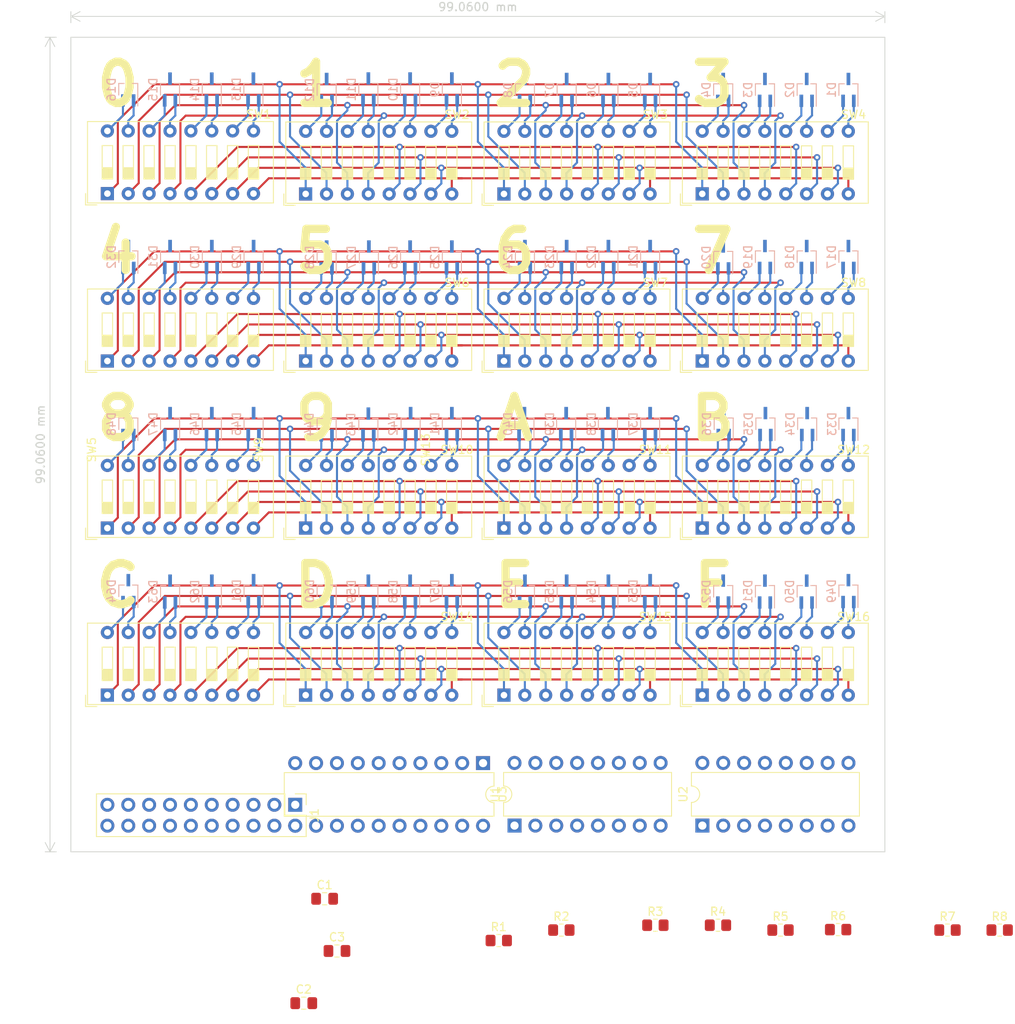
<source format=kicad_pcb>
(kicad_pcb (version 20211014) (generator pcbnew)
  (layers (0 "F.Cu" signal) (31 "B.Cu" signal) (34 "B.Paste" user) (35 "F.Paste" user) (36 "B.SilkS" user "B.Silkscreen") (37 "F.SilkS" user "F.Silkscreen") (38 "B.Mask" user) (39 "F.Mask" user) (44 "Edge.Cuts" user))
  (net 0 "")
  (net 1 "VCC")
  (net 2 "GND")
  (net 3 "Net-(D1-Pad1)")
  (net 4 "Net-(D1-Pad2)")
  (net 5 "/en3")
  (net 6 "Net-(D2-Pad1)")
  (net 7 "Net-(D2-Pad2)")
  (net 8 "Net-(D3-Pad1)")
  (net 9 "Net-(D3-Pad2)")
  (net 10 "Net-(D4-Pad1)")
  (net 11 "Net-(D4-Pad2)")
  (net 12 "Net-(D5-Pad1)")
  (net 13 "Net-(D5-Pad2)")
  (net 14 "/en2")
  (net 15 "Net-(D6-Pad1)")
  (net 16 "Net-(D6-Pad2)")
  (net 17 "Net-(D7-Pad1)")
  (net 18 "Net-(D7-Pad2)")
  (net 19 "Net-(D8-Pad1)")
  (net 20 "Net-(D8-Pad2)")
  (net 21 "Net-(D9-Pad1)")
  (net 22 "Net-(D9-Pad2)")
  (net 23 "/en1")
  (net 24 "Net-(D10-Pad1)")
  (net 25 "Net-(D10-Pad2)")
  (net 26 "Net-(D11-Pad1)")
  (net 27 "Net-(D11-Pad2)")
  (net 28 "Net-(D12-Pad1)")
  (net 29 "Net-(D12-Pad2)")
  (net 30 "Net-(D13-Pad1)")
  (net 31 "Net-(D13-Pad2)")
  (net 32 "/en0")
  (net 33 "Net-(D14-Pad1)")
  (net 34 "Net-(D14-Pad2)")
  (net 35 "Net-(D15-Pad1)")
  (net 36 "Net-(D15-Pad2)")
  (net 37 "Net-(D16-Pad1)")
  (net 38 "Net-(D16-Pad2)")
  (net 39 "Net-(D17-Pad1)")
  (net 40 "Net-(D17-Pad2)")
  (net 41 "/en7")
  (net 42 "Net-(D18-Pad1)")
  (net 43 "Net-(D18-Pad2)")
  (net 44 "Net-(D19-Pad1)")
  (net 45 "Net-(D19-Pad2)")
  (net 46 "Net-(D20-Pad1)")
  (net 47 "Net-(D20-Pad2)")
  (net 48 "Net-(D21-Pad1)")
  (net 49 "Net-(D21-Pad2)")
  (net 50 "/en6")
  (net 51 "Net-(D22-Pad1)")
  (net 52 "Net-(D22-Pad2)")
  (net 53 "Net-(D23-Pad1)")
  (net 54 "Net-(D23-Pad2)")
  (net 55 "Net-(D24-Pad1)")
  (net 56 "Net-(D24-Pad2)")
  (net 57 "Net-(D25-Pad1)")
  (net 58 "Net-(D25-Pad2)")
  (net 59 "/en5")
  (net 60 "Net-(D26-Pad1)")
  (net 61 "Net-(D26-Pad2)")
  (net 62 "Net-(D27-Pad1)")
  (net 63 "Net-(D27-Pad2)")
  (net 64 "Net-(D28-Pad1)")
  (net 65 "Net-(D28-Pad2)")
  (net 66 "Net-(D29-Pad1)")
  (net 67 "Net-(D29-Pad2)")
  (net 68 "/en4")
  (net 69 "Net-(D30-Pad1)")
  (net 70 "Net-(D30-Pad2)")
  (net 71 "Net-(D31-Pad1)")
  (net 72 "Net-(D31-Pad2)")
  (net 73 "Net-(D32-Pad1)")
  (net 74 "Net-(D32-Pad2)")
  (net 75 "Net-(D33-Pad1)")
  (net 76 "Net-(D33-Pad2)")
  (net 77 "/enB")
  (net 78 "Net-(D34-Pad1)")
  (net 79 "Net-(D34-Pad2)")
  (net 80 "Net-(D35-Pad1)")
  (net 81 "Net-(D35-Pad2)")
  (net 82 "Net-(D36-Pad1)")
  (net 83 "Net-(D36-Pad2)")
  (net 84 "Net-(D37-Pad1)")
  (net 85 "Net-(D37-Pad2)")
  (net 86 "/enA")
  (net 87 "Net-(D38-Pad1)")
  (net 88 "Net-(D38-Pad2)")
  (net 89 "Net-(D39-Pad1)")
  (net 90 "Net-(D39-Pad2)")
  (net 91 "Net-(D40-Pad1)")
  (net 92 "Net-(D40-Pad2)")
  (net 93 "Net-(D41-Pad1)")
  (net 94 "Net-(D41-Pad2)")
  (net 95 "/en9")
  (net 96 "Net-(D42-Pad1)")
  (net 97 "Net-(D42-Pad2)")
  (net 98 "Net-(D43-Pad1)")
  (net 99 "Net-(D43-Pad2)")
  (net 100 "Net-(D44-Pad1)")
  (net 101 "Net-(D44-Pad2)")
  (net 102 "Net-(D45-Pad1)")
  (net 103 "Net-(D45-Pad2)")
  (net 104 "/en8")
  (net 105 "Net-(D46-Pad1)")
  (net 106 "Net-(D46-Pad2)")
  (net 107 "Net-(D47-Pad1)")
  (net 108 "Net-(D47-Pad2)")
  (net 109 "Net-(D48-Pad1)")
  (net 110 "Net-(D48-Pad2)")
  (net 111 "Net-(D49-Pad1)")
  (net 112 "Net-(D49-Pad2)")
  (net 113 "/enF")
  (net 114 "Net-(D50-Pad1)")
  (net 115 "Net-(D50-Pad2)")
  (net 116 "Net-(D51-Pad1)")
  (net 117 "Net-(D51-Pad2)")
  (net 118 "Net-(D52-Pad1)")
  (net 119 "Net-(D52-Pad2)")
  (net 120 "Net-(D53-Pad1)")
  (net 121 "Net-(D53-Pad2)")
  (net 122 "/enE")
  (net 123 "Net-(D54-Pad1)")
  (net 124 "Net-(D54-Pad2)")
  (net 125 "Net-(D55-Pad1)")
  (net 126 "Net-(D55-Pad2)")
  (net 127 "Net-(D56-Pad1)")
  (net 128 "Net-(D56-Pad2)")
  (net 129 "Net-(D57-Pad1)")
  (net 130 "Net-(D57-Pad2)")
  (net 131 "/enD")
  (net 132 "Net-(D58-Pad1)")
  (net 133 "Net-(D58-Pad2)")
  (net 134 "Net-(D59-Pad1)")
  (net 135 "Net-(D59-Pad2)")
  (net 136 "Net-(D60-Pad1)")
  (net 137 "Net-(D60-Pad2)")
  (net 138 "Net-(D61-Pad1)")
  (net 139 "Net-(D61-Pad2)")
  (net 140 "/enC")
  (net 141 "Net-(D62-Pad1)")
  (net 142 "Net-(D62-Pad2)")
  (net 143 "Net-(D63-Pad1)")
  (net 144 "Net-(D63-Pad2)")
  (net 145 "Net-(D64-Pad1)")
  (net 146 "Net-(D64-Pad2)")
  (net 147 "/addr0")
  (net 148 "/addr1")
  (net 149 "/addr2")
  (net 150 "/addr3")
  (net 151 "/addr4")
  (net 152 "/addr5")
  (net 153 "/addr6")
  (net 154 "/addr7")
  (net 155 "/data0")
  (net 156 "/data1")
  (net 157 "/data2")
  (net 158 "/data3")
  (net 159 "/data4")
  (net 160 "/data5")
  (net 161 "/data6")
  (net 162 "/data7")
  (net 163 "/sw0")
  (net 164 "/sw1")
  (net 165 "/sw2")
  (net 166 "/sw3")
  (net 167 "/sw4")
  (net 168 "/sw5")
  (net 169 "/sw6")
  (net 170 "/sw7")
  (footprint "Resistor_SMD:R_0805_2012Metric_Pad1.20x1.40mm_HandSolder" (layer "F.Cu") (at 139.725 130.115)
    (fp_text reference "R6")
    (fp_text value "10k")
  )
  (footprint "Resistor_SMD:R_0805_2012Metric_Pad1.20x1.40mm_HandSolder" (layer "F.Cu") (at 153.035 130.175)
    (fp_text reference "R7")
    (fp_text value "10k")
  )
  (footprint "Resistor_SMD:R_0805_2012Metric_Pad1.20x1.40mm_HandSolder" (layer "F.Cu") (at 159.385 130.175)
    (fp_text reference "R8")
    (fp_text value "10k")
  )
  (footprint "PrjLibrary:SW_DIP_SPSTx08_Slide_9.78x22.5mm_W7.62mm_P2.54mm_3Dfixed" (layer "F.Cu") (at 123.19 81.28 90)
    (fp_text reference "SW12")
    (fp_text value "SW_DIP_x08")
  )
  (footprint "PrjLibrary:SW_DIP_SPSTx08_Slide_9.78x22.5mm_W7.62mm_P2.54mm_3Dfixed" (layer "F.Cu") (at 50.8 101.6 90)
    (fp_text reference "SW13")
    (fp_text value "SW_DIP_x08")
  )
  (footprint "PrjLibrary:SW_DIP_SPSTx08_Slide_9.78x22.5mm_W7.62mm_P2.54mm_3Dfixed" (layer "F.Cu") (at 74.93 40.64 90)
    (fp_text reference "SW2")
    (fp_text value "SW_DIP_x08")
  )
  (footprint "Resistor_SMD:R_0805_2012Metric_Pad1.20x1.40mm_HandSolder" (layer "F.Cu") (at 98.425 131.445)
    (fp_text reference "R1")
    (fp_text value "10k")
  )
  (footprint "Capacitor_SMD:C_0805_2012Metric_Pad1.18x1.45mm_HandSolder" (layer "F.Cu") (at 77.2375 126.365)
    (fp_text reference "C1")
    (fp_text value "0.1u")
  )
  (footprint "PrjLibrary_MainBoard:DIP-20_W7.62mm_D1mm" (layer "F.Cu") (at 96.515 109.865 -90)
    (fp_text reference "U3")
    (fp_text value "74HC240")
  )
  (footprint "PrjLibrary:SW_DIP_SPSTx08_Slide_9.78x22.5mm_W7.62mm_P2.54mm_3Dfixed" (layer "F.Cu") (at 50.8 81.28 90)
    (fp_text reference "SW9")
    (fp_text value "SW_DIP_x08")
  )
  (footprint "PrjLibrary:SW_DIP_SPSTx08_Slide_9.78x22.5mm_W7.62mm_P2.54mm_3Dfixed" (layer "F.Cu") (at 99.06 40.64 90)
    (fp_text reference "SW3")
    (fp_text value "SW_DIP_x08")
  )
  (footprint "PrjLibrary_MainBoard:DIP-16_W7.62mm_D1mm" (layer "F.Cu") (at 100.345 117.465 90)
    (fp_text reference "U1")
    (fp_text value "74HC138")
  )
  (footprint "Resistor_SMD:R_0805_2012Metric_Pad1.20x1.40mm_HandSolder" (layer "F.Cu") (at 132.715 130.175)
    (fp_text reference "R5")
    (fp_text value "10k")
  )
  (footprint "PrjLibrary:SW_DIP_SPSTx08_Slide_9.78x22.5mm_W7.62mm_P2.54mm_3Dfixed" (layer "F.Cu") (at 99.06 60.96 90)
    (fp_text reference "SW7")
    (fp_text value "SW_DIP_x08")
  )
  (footprint "Resistor_SMD:R_0805_2012Metric_Pad1.20x1.40mm_HandSolder" (layer "F.Cu") (at 106.045 130.175)
    (fp_text reference "R2")
    (fp_text value "10k")
  )
  (footprint "Capacitor_SMD:C_0805_2012Metric_Pad1.18x1.45mm_HandSolder" (layer "F.Cu") (at 74.6975 139.065)
    (fp_text reference "C2")
    (fp_text value "0.1u")
  )
  (footprint "Resistor_SMD:R_0805_2012Metric_Pad1.20x1.40mm_HandSolder" (layer "F.Cu") (at 117.485 129.5825)
    (fp_text reference "R3")
    (fp_text value "10k")
  )
  (footprint "Resistor_SMD:R_0805_2012Metric_Pad1.20x1.40mm_HandSolder" (layer "F.Cu") (at 125.105 129.5825)
    (fp_text reference "R4")
    (fp_text value "10k")
  )
  (footprint "PrjLibrary:SW_DIP_SPSTx08_Slide_9.78x22.5mm_W7.62mm_P2.54mm_3Dfixed" (layer "F.Cu") (at 99.06 81.28 90)
    (fp_text reference "SW11")
    (fp_text value "SW_DIP_x08")
  )
  (footprint "PrjLibrary:SW_DIP_SPSTx08_Slide_9.78x22.5mm_W7.62mm_P2.54mm_3Dfixed" (layer "F.Cu") (at 123.19 101.6 90)
    (fp_text reference "SW16")
    (fp_text value "SW_DIP_x08")
  )
  (footprint "PrjLibrary_MainBoard:PinHeader_2x10_P2.54mm_Vertical_Top_Bottom" (layer "F.Cu") (at 73.66 114.935 -90)
    (fp_text reference "J1")
    (fp_text value "Conn_02x10_Top_Bottom")
  )
  (footprint "PrjLibrary:SW_DIP_SPSTx08_Slide_9.78x22.5mm_W7.62mm_P2.54mm_3Dfixed" (layer "F.Cu") (at 99.06 101.6 90)
    (fp_text reference "SW15")
    (fp_text value "SW_DIP_x08")
  )
  (footprint "PrjLibrary:SW_DIP_SPSTx08_Slide_9.78x22.5mm_W7.62mm_P2.54mm_3Dfixed" (layer "F.Cu") (at 50.8 60.96 90)
    (fp_text reference "SW5")
    (fp_text value "SW_DIP_x08")
  )
  (footprint "PrjLibrary:SW_DIP_SPSTx08_Slide_9.78x22.5mm_W7.62mm_P2.54mm_3Dfixed" (layer "F.Cu") (at 123.19 40.63 90)
    (fp_text reference "SW4")
    (fp_text value "SW_DIP_x08")
  )
  (footprint "PrjLibrary:SW_DIP_SPSTx08_Slide_9.78x22.5mm_W7.62mm_P2.54mm_3Dfixed" (layer "F.Cu") (at 123.19 60.96 90)
    (fp_text reference "SW8")
    (fp_text value "SW_DIP_x08")
  )
  (footprint "Capacitor_SMD:C_0805_2012Metric_Pad1.18x1.45mm_HandSolder" (layer "F.Cu") (at 78.74 132.715)
    (fp_text reference "C3")
    (fp_text value "0.1u")
  )
  (footprint "PrjLibrary:SW_DIP_SPSTx08_Slide_9.78x22.5mm_W7.62mm_P2.54mm_3Dfixed" (layer "F.Cu") (at 74.93 81.28 90)
    (fp_text reference "SW10")
    (fp_text value "SW_DIP_x08")
  )
  (footprint "PrjLibrary:SW_DIP_SPSTx08_Slide_9.78x22.5mm_W7.62mm_P2.54mm_3Dfixed" (layer "F.Cu") (at 74.93 101.6 90)
    (fp_text reference "SW14")
    (fp_text value "SW_DIP_x08")
  )
  (footprint "PrjLibrary:SW_DIP_SPSTx08_Slide_9.78x22.5mm_W7.62mm_P2.54mm_3Dfixed" (layer "F.Cu") (at 50.8 40.5975 90)
    (fp_text reference "SW1")
    (fp_text value "SW_DIP_x08")
  )
  (footprint "PrjLibrary_MainBoard:DIP-16_W7.62mm_D1mm" (layer "F.Cu") (at 123.205 117.465 90)
    (fp_text reference "U2")
    (fp_text value "74HC138")
  )
  (footprint "PrjLibrary:SW_DIP_SPSTx08_Slide_9.78x22.5mm_W7.62mm_P2.54mm_3Dfixed" (layer "F.Cu") (at 74.93 60.96 90)
    (fp_text reference "SW6")
    (fp_text value "SW_DIP_x08")
  )
  (footprint "Package_TO_SOT_SMD:SOT-323_SC-70_Handsoldering" (layer "B.Cu") (at 87.64 48.3625 90)
    (fp_text reference "D26")
    (fp_text value "DAN202UM")
  )
  (footprint "Package_TO_SOT_SMD:SOT-323_SC-70_Handsoldering" (layer "B.Cu") (at 77.48 88.9425 90)
    (fp_text reference "D60")
    (fp_text value "DAN202UM")
  )
  (footprint "Package_TO_SOT_SMD:SOT-323_SC-70_Handsoldering" (layer "B.Cu") (at 82.56 27.9225 90)
    (fp_text reference "D11")
    (fp_text value "DAN202UM")
  )
  (footprint "Package_TO_SOT_SMD:SOT-323_SC-70_Handsoldering" (layer "B.Cu") (at 58.43 89.0025 90)
    (fp_text reference "D63")
    (fp_text value "DAN202UM")
  )
  (footprint "Package_TO_SOT_SMD:SOT-323_SC-70_Handsoldering" (layer "B.Cu") (at 116.85 48.3025 90)
    (fp_text reference "D21")
    (fp_text value "DAN202UM")
  )
  (footprint "Package_TO_SOT_SMD:SOT-323_SC-70_Handsoldering" (layer "B.Cu") (at 82.56 68.6825 90)
    (fp_text reference "D43")
    (fp_text value "DAN202UM")
  )
  (footprint "Package_TO_SOT_SMD:SOT-323_SC-70_Handsoldering" (layer "B.Cu") (at 87.7 68.6225 90)
    (fp_text reference "D42")
    (fp_text value "DAN202UM")
  )
  (footprint "Package_TO_SOT_SMD:SOT-323_SC-70_Handsoldering" (layer "B.Cu") (at 130.82 89.0025 90)
    (fp_text reference "D51")
    (fp_text value "DAN202UM")
  )
  (footprint "Package_TO_SOT_SMD:SOT-323_SC-70_Handsoldering" (layer "B.Cu") (at 135.9 89.0025 90)
    (fp_text reference "D50")
    (fp_text value "DAN202UM")
  )
  (footprint "Package_TO_SOT_SMD:SOT-323_SC-70_Handsoldering" (layer "B.Cu") (at 68.59 88.9425 90)
    (fp_text reference "D61")
    (fp_text value "DAN202UM")
  )
  (footprint "Package_TO_SOT_SMD:SOT-323_SC-70_Handsoldering" (layer "B.Cu") (at 77.48 68.6825 90)
    (fp_text reference "D44")
    (fp_text value "DAN202UM")
  )
  (footprint "Package_TO_SOT_SMD:SOT-323_SC-70_Handsoldering" (layer "B.Cu") (at 63.51 48.3025 90)
    (fp_text reference "D30")
    (fp_text value "DAN202UM")
  )
  (footprint "Package_TO_SOT_SMD:SOT-323_SC-70_Handsoldering" (layer "B.Cu") (at 125.74 89.0025 90)
    (fp_text reference "D52")
    (fp_text value "DAN202UM")
  )
  (footprint "Package_TO_SOT_SMD:SOT-323_SC-70_Handsoldering" (layer "B.Cu") (at 68.59 68.6225 90)
    (fp_text reference "D45")
    (fp_text value "DAN202UM")
  )
  (footprint "Package_TO_SOT_SMD:SOT-323_SC-70_Handsoldering" (layer "B.Cu") (at 68.59 48.3025 90)
    (fp_text reference "D29")
    (fp_text value "DAN202UM")
  )
  (footprint "Package_TO_SOT_SMD:SOT-323_SC-70_Handsoldering" (layer "B.Cu") (at 101.61 48.3025 90)
    (fp_text reference "D24")
    (fp_text value "DAN202UM")
  )
  (footprint "Package_TO_SOT_SMD:SOT-323_SC-70_Handsoldering" (layer "B.Cu") (at 92.72 88.9425 90)
    (fp_text reference "D57")
    (fp_text value "DAN202UM")
  )
  (footprint "Package_TO_SOT_SMD:SOT-323_SC-70_Handsoldering" (layer "B.Cu") (at 130.82 27.9825 90)
    (fp_text reference "D3")
    (fp_text value "DAN202UM")
  )
  (footprint "Package_TO_SOT_SMD:SOT-323_SC-70_Handsoldering" (layer "B.Cu") (at 106.69 27.9825 90)
    (fp_text reference "D7")
    (fp_text value "DAN202UM")
  )
  (footprint "Package_TO_SOT_SMD:SOT-323_SC-70_Handsoldering" (layer "B.Cu") (at 92.72 48.3625 90)
    (fp_text reference "D25")
    (fp_text value "DAN202UM")
  )
  (footprint "Package_TO_SOT_SMD:SOT-323_SC-70_Handsoldering" (layer "B.Cu") (at 58.43 68.6225 90)
    (fp_text reference "D47")
    (fp_text value "DAN202UM")
  )
  (footprint "Package_TO_SOT_SMD:SOT-323_SC-70_Handsoldering" (layer "B.Cu") (at 92.72 27.9225 90)
    (fp_text reference "D9")
    (fp_text value "DAN202UM")
  )
  (footprint "Package_TO_SOT_SMD:SOT-323_SC-70_Handsoldering" (layer "B.Cu") (at 82.56 89.0025 90)
    (fp_text reference "D59")
    (fp_text value "DAN202UM")
  )
  (footprint "Package_TO_SOT_SMD:SOT-323_SC-70_Handsoldering" (layer "B.Cu") (at 53.35 68.6225 90)
    (fp_text reference "D48")
    (fp_text value "DAN202UM")
  )
  (footprint "Package_TO_SOT_SMD:SOT-323_SC-70_Handsoldering" (layer "B.Cu") (at 116.85 68.6225 90)
    (fp_text reference "D37")
    (fp_text value "DAN202UM")
  )
  (footprint "Package_TO_SOT_SMD:SOT-323_SC-70_Handsoldering" (layer "B.Cu") (at 101.61 27.9825 90)
    (fp_text reference "D8")
    (fp_text value "DAN202UM")
  )
  (footprint "Package_TO_SOT_SMD:SOT-323_SC-70_Handsoldering" (layer "B.Cu") (at 135.9 27.9825 90)
    (fp_text reference "D2")
    (fp_text value "DAN202UM")
  )
  (footprint "Package_TO_SOT_SMD:SOT-323_SC-70_Handsoldering" (layer "B.Cu") (at 63.51 68.6225 90)
    (fp_text reference "D46")
    (fp_text value "DAN202UM")
  )
  (footprint "Package_TO_SOT_SMD:SOT-323_SC-70_Handsoldering" (layer "B.Cu") (at 63.5 27.94 90)
    (fp_text reference "D14")
    (fp_text value "DAN202UM")
  )
  (footprint "Package_TO_SOT_SMD:SOT-323_SC-70_Handsoldering" (layer "B.Cu") (at 125.74 27.9825 90)
    (fp_text reference "D4")
    (fp_text value "DAN202UM")
  )
  (footprint "Package_TO_SOT_SMD:SOT-323_SC-70_Handsoldering" (layer "B.Cu") (at 92.72 68.6225 90)
    (fp_text reference "D41")
    (fp_text value "DAN202UM")
  )
  (footprint "Package_TO_SOT_SMD:SOT-323_SC-70_Handsoldering" (layer "B.Cu") (at 140.98 27.9825 90)
    (fp_text reference "D1")
    (fp_text value "DAN202UM")
  )
  (footprint "Package_TO_SOT_SMD:SOT-323_SC-70_Handsoldering" (layer "B.Cu") (at 116.85 88.9425 90)
    (fp_text reference "D53")
    (fp_text value "DAN202UM")
  )
  (footprint "Package_TO_SOT_SMD:SOT-323_SC-70_Handsoldering" (layer "B.Cu") (at 68.57 27.94 90)
    (fp_text reference "D13")
    (fp_text value "DAN202UM")
  )
  (footprint "Package_TO_SOT_SMD:SOT-323_SC-70_Handsoldering" (layer "B.Cu") (at 87.64 89.0025 90)
    (fp_text reference "D58")
    (fp_text value "DAN202UM")
  )
  (footprint "Package_TO_SOT_SMD:SOT-323_SC-70_Handsoldering" (layer "B.Cu") (at 140.98 48.3025 90)
    (fp_text reference "D17")
    (fp_text value "DAN202UM")
  )
  (footprint "Package_TO_SOT_SMD:SOT-323_SC-70_Handsoldering" (layer "B.Cu") (at 101.55 68.6225 90)
    (fp_text reference "D40")
    (fp_text value "DAN202UM")
  )
  (footprint "Package_TO_SOT_SMD:SOT-323_SC-70_Handsoldering" (layer "B.Cu") (at 82.62 48.3625 90)
    (fp_text reference "D27")
    (fp_text value "DAN202UM")
  )
  (footprint "Package_TO_SOT_SMD:SOT-323_SC-70_Handsoldering" (layer "B.Cu") (at 125.74 48.3625 90)
    (fp_text reference "D20")
    (fp_text value "DAN202UM")
  )
  (footprint "Package_TO_SOT_SMD:SOT-323_SC-70_Handsoldering" (layer "B.Cu") (at 111.71 68.6225 90)
    (fp_text reference "D38")
    (fp_text value "DAN202UM")
  )
  (footprint "Package_TO_SOT_SMD:SOT-323_SC-70_Handsoldering" (layer "B.Cu") (at 106.69 48.3025 90)
    (fp_text reference "D23")
    (fp_text value "DAN202UM")
  )
  (footprint "Package_TO_SOT_SMD:SOT-323_SC-70_Handsoldering" (layer "B.Cu") (at 130.88 68.6225 90)
    (fp_text reference "D35")
    (fp_text value "DAN202UM")
  )
  (footprint "Package_TO_SOT_SMD:SOT-323_SC-70_Handsoldering" (layer "B.Cu") (at 53.35 88.9425 90)
    (fp_text reference "D64")
    (fp_text value "DAN202UM")
  )
  (footprint "Package_TO_SOT_SMD:SOT-323_SC-70_Handsoldering" (layer "B.Cu") (at 125.8 68.6225 90)
    (fp_text reference "D36")
    (fp_text value "DAN202UM")
  )
  (footprint "Package_TO_SOT_SMD:SOT-323_SC-70_Handsoldering" (layer "B.Cu") (at 116.85 27.9825 90)
    (fp_text reference "D5")
    (fp_text value "DAN202UM")
  )
  (footprint "Package_TO_SOT_SMD:SOT-323_SC-70_Handsoldering" (layer "B.Cu") (at 53.34 27.94 90)
    (fp_text reference "D16")
    (fp_text value "DAN202UM")
  )
  (footprint "Package_TO_SOT_SMD:SOT-323_SC-70_Handsoldering" (layer "B.Cu") (at 111.77 89.0025 90)
    (fp_text reference "D54")
    (fp_text value "DAN202UM")
  )
  (footprint "Package_TO_SOT_SMD:SOT-323_SC-70_Handsoldering" (layer "B.Cu") (at 58.43 48.3025 90)
    (fp_text reference "D31")
    (fp_text value "DAN202UM")
  )
  (footprint "Package_TO_SOT_SMD:SOT-323_SC-70_Handsoldering" (layer "B.Cu") (at 58.42 27.94 90)
    (fp_text reference "D15")
    (fp_text value "DAN202UM")
  )
  (footprint "Package_TO_SOT_SMD:SOT-323_SC-70_Handsoldering" (layer "B.Cu") (at 111.77 27.9825 90)
    (fp_text reference "D6")
    (fp_text value "DAN202UM")
  )
  (footprint "Package_TO_SOT_SMD:SOT-323_SC-70_Handsoldering" (layer "B.Cu") (at 140.98 68.6225 90)
    (fp_text reference "D33")
    (fp_text value "DAN202UM")
  )
  (footprint "Package_TO_SOT_SMD:SOT-323_SC-70_Handsoldering" (layer "B.Cu") (at 106.69 89.0025 90)
    (fp_text reference "D55")
    (fp_text value "DAN202UM")
  )
  (footprint "Package_TO_SOT_SMD:SOT-323_SC-70_Handsoldering" (layer "B.Cu") (at 77.48 27.9825 90)
    (fp_text reference "D12")
    (fp_text value "DAN202UM")
  )
  (footprint "Package_TO_SOT_SMD:SOT-323_SC-70_Handsoldering" (layer "B.Cu") (at 106.63 68.6225 90)
    (fp_text reference "D39")
    (fp_text value "DAN202UM")
  )
  (footprint "Package_TO_SOT_SMD:SOT-323_SC-70_Handsoldering" (layer "B.Cu") (at 63.51 89.0025 90)
    (fp_text reference "D62")
    (fp_text value "DAN202UM")
  )
  (footprint "Package_TO_SOT_SMD:SOT-323_SC-70_Handsoldering" (layer "B.Cu") (at 135.9 48.3025 90)
    (fp_text reference "D18")
    (fp_text value "DAN202UM")
  )
  (footprint "Package_TO_SOT_SMD:SOT-323_SC-70_Handsoldering" (layer "B.Cu") (at 101.61 89.0025 90)
    (fp_text reference "D56")
    (fp_text value "DAN202UM")
  )
  (footprint "Package_TO_SOT_SMD:SOT-323_SC-70_Handsoldering" (layer "B.Cu") (at 135.96 68.6225 90)
    (fp_text reference "D34")
    (fp_text value "DAN202UM")
  )
  (footprint "Package_TO_SOT_SMD:SOT-323_SC-70_Handsoldering" (layer "B.Cu") (at 140.98 88.9425 90)
    (fp_text reference "D49")
    (fp_text value "DAN202UM")
  )
  (footprint "Package_TO_SOT_SMD:SOT-323_SC-70_Handsoldering" (layer "B.Cu") (at 53.35 48.3025 90)
    (fp_text reference "D32")
    (fp_text value "DAN202UM")
  )
  (footprint "Package_TO_SOT_SMD:SOT-323_SC-70_Handsoldering" (layer "B.Cu") (at 111.77 48.3025 90)
    (fp_text reference "D22")
    (fp_text value "DAN202UM")
  )
  (footprint "Package_TO_SOT_SMD:SOT-323_SC-70_Handsoldering" (layer "B.Cu") (at 87.64 27.9225 90)
    (fp_text reference "D10")
    (fp_text value "DAN202UM")
  )
  (footprint "Package_TO_SOT_SMD:SOT-323_SC-70_Handsoldering" (layer "B.Cu") (at 130.82 48.3025 90)
    (fp_text reference "D19")
    (fp_text value "DAN202UM")
  )
  (footprint "Package_TO_SOT_SMD:SOT-323_SC-70_Handsoldering" (layer "B.Cu") (at 77.48 48.3625 90)
    (fp_text reference "D28")
    (fp_text value "DAN202UM")
  )
  (gr_line (start 46.355 21.59) (end 46.355 120.65) (layer "Edge.Cuts") (width 0.1))
  (gr_line (start 145.415 120.65) (end 46.355 120.65) (layer "Edge.Cuts") (width 0.1))
  (gr_line (start 145.415 21.59) (end 145.415 120.65) (layer "Edge.Cuts") (width 0.1))
  (gr_line (start 46.355 21.59) (end 145.415 21.59) (layer "Edge.Cuts") (width 0.1))
  (gr_text "A" (at 100.33 67.945) (layer "F.SilkS") (effects (font (size 5 5) (thickness 1))))
  (gr_text "1" (at 76.2 27.305) (layer "F.SilkS") (effects (font (size 5 5) (thickness 1))))
  (gr_text "3" (at 124.46 27.305) (layer "F.SilkS") (effects (font (size 5 5) (thickness 1))))
  (gr_text "8" (at 52.07 67.945) (layer "F.SilkS") (effects (font (size 5 5) (thickness 1))))
  (gr_text "4" (at 52.07 47.625) (layer "F.SilkS") (effects (font (size 5 5) (thickness 1))))
  (gr_text "C" (at 52.07 88.265) (layer "F.SilkS") (effects (font (size 5 5) (thickness 1))))
  (gr_text "F" (at 124.46 88.265) (layer "F.SilkS") (effects (font (size 5 5) (thickness 1))))
  (gr_text "9" (at 76.2 67.945) (layer "F.SilkS") (effects (font (size 5 5) (thickness 1))))
  (gr_text "B" (at 124.46 67.945) (layer "F.SilkS") (effects (font (size 5 5) (thickness 1))))
  (gr_text "6" (at 100.33 47.625) (layer "F.SilkS") (effects (font (size 5 5) (thickness 1))))
  (gr_text "E" (at 100.33 88.265) (layer "F.SilkS") (effects (font (size 5 5) (thickness 1))))
  (gr_text "D" (at 76.2 88.265) (layer "F.SilkS") (effects (font (size 5 5) (thickness 1))))
  (gr_text "2" (at 100.33 27.305) (layer "F.SilkS") (effects (font (size 5 5) (thickness 1))))
  (gr_text "5" (at 76.2 47.625) (layer "F.SilkS") (effects (font (size 5 5) (thickness 1))))
  (gr_text "7" (at 124.46 47.625) (layer "F.SilkS") (effects (font (size 5 5) (thickness 1))))
  (gr_text "0" (at 52.07 27.305) (layer "F.SilkS") (effects (font (size 5 5) (thickness 1))))
  (dimension (type aligned) (layer "Edge.Cuts") (pts (xy 45.085 21.59) (xy 45.085 120.65)) (height 1.27) (gr_text "99.0600 mm" (at 42.665 71.12 90) (layer "Edge.Cuts") (effects (font (size 1 1) (thickness 0.15)))) (format (units 3) (units_format 1) (precision 4)) (style (thickness 0.1) (arrow_length 1.27) (text_position_mode 0) (extension_height 0.58642) (extension_offset 0.5) keep_text_aligned))
  (dimension (type aligned) (layer "Edge.Cuts") (pts (xy 46.355 20.32) (xy 145.415 20.32)) (height -1.27) (gr_text "99.0600 mm" (at 95.885 17.9) (layer "Edge.Cuts") (effects (font (size 1 1) (thickness 0.15)))) (format (units 3) (units_format 1) (precision 4)) (style (thickness 0.1) (arrow_length 1.27) (text_position_mode 0) (extension_height 0.58642) (extension_offset 0.5) keep_text_aligned))
  (segment (start 140.97 31.75) (end 141.63 31.09) (width 0.25) (layer "B.Cu") (net 3))
  (segment (start 141.63 31.09) (end 141.63 29.3125) (width 0.25) (layer "B.Cu") (net 3))
  (segment (start 140.97 33.01) (end 140.97 31.75) (width 0.25) (layer "B.Cu") (net 3))
  (segment (start 140.33 29.3125) (end 140.33 31.11) (width 0.25) (layer "B.Cu") (net 4))
  (segment (start 140.33 31.11) (end 138.43 33.01) (width 0.25) (layer "B.Cu") (net 4))
  (segment (start 135.89 33.01) (end 135.89 31.75) (width 0.25) (layer "B.Cu") (net 6))
  (segment (start 136.55 31.09) (end 136.55 29.3125) (width 0.25) (layer "B.Cu") (net 6))
  (segment (start 135.89 31.75) (end 136.55 31.09) (width 0.25) (layer "B.Cu") (net 6))
  (segment (start 135.25 31.11) (end 133.35 33.01) (width 0.25) (layer "B.Cu") (net 7))
  (segment (start 135.25 29.3125) (end 135.25 31.11) (width 0.25) (layer "B.Cu") (net 7))
  (segment (start 130.81 33.01) (end 130.81 31.75) (width 0.25) (layer "B.Cu") (net 8))
  (segment (start 130.81 31.75) (end 131.47 31.09) (width 0.25) (layer "B.Cu") (net 8))
  (segment (start 131.47 31.09) (end 131.47 29.3125) (width 0.25) (layer "B.Cu") (net 8))
  (segment (start 130.17 29.3125) (end 130.17 31.12) (width 0.25) (layer "B.Cu") (net 9))
  (segment (start 130.17 31.12) (end 128.27 33.02) (width 0.25) (layer "B.Cu") (net 9))
  (segment (start 128.27 33.02) (end 128.27 33.01) (width 0.25) (layer "B.Cu") (net 9))
  (segment (start 125.73 31.75) (end 126.39 31.09) (width 0.25) (layer "B.Cu") (net 10))
  (segment (start 126.39 31.09) (end 126.39 29.3125) (width 0.25) (layer "B.Cu") (net 10))
  (segment (start 125.73 33.01) (end 125.73 31.75) (width 0.25) (layer "B.Cu") (net 10))
  (segment (start 125.09 29.3125) (end 125.09 31.11) (width 0.25) (layer "B.Cu") (net 11))
  (segment (start 125.09 31.11) (end 123.19 33.01) (width 0.25) (layer "B.Cu") (net 11))
  (segment (start 117.5 31.09) (end 117.5 29.3125) (width 0.25) (layer "B.Cu") (net 12))
  (segment (start 116.84 33.02) (end 116.84 31.75) (width 0.25) (layer "B.Cu") (net 12))
  (segment (start 116.84 31.75) (end 117.5 31.09) (width 0.25) (layer "B.Cu") (net 12))
  (segment (start 116.2 29.3125) (end 116.2 31.12) (width 0.25) (layer "B.Cu") (net 13))
  (segment (start 116.2 31.12) (end 114.3 33.02) (width 0.25) (layer "B.Cu") (net 13))
  (segment (start 111.76 31.75) (end 112.42 31.09) (width 0.25) (layer "B.Cu") (net 15))
  (segment (start 111.76 33.02) (end 111.76 31.75) (width 0.25) (layer "B.Cu") (net 15))
  (segment (start 112.42 31.09) (end 112.42 29.3125) (width 0.25) (layer "B.Cu") (net 15))
  (segment (start 111.12 29.3125) (end 111.12 31.12) (width 0.25) (layer "B.Cu") (net 16))
  (segment (start 111.12 31.12) (end 109.22 33.02) (width 0.25) (layer "B.Cu") (net 16))
  (segment (start 107.34 31.09) (end 107.34 29.3125) (width 0.25) (layer "B.Cu") (net 17))
  (segment (start 106.68 31.75) (end 107.34 31.09) (width 0.25) (layer "B.Cu") (net 17))
  (segment (start 106.68 33.02) (end 106.68 31.75) (width 0.25) (layer "B.Cu") (net 17))
  (segment (start 106.04 31.12) (end 104.14 33.02) (width 0.25) (layer "B.Cu") (net 18))
  (segment (start 106.04 29.3125) (end 106.04 31.12) (width 0.25) (layer "B.Cu") (net 18))
  (segment (start 101.6 33.02) (end 101.6 31.75) (width 0.25) (layer "B.Cu") (net 19))
  (segment (start 102.26 31.09) (end 102.26 29.3125) (width 0.25) (layer "B.Cu") (net 19))
  (segment (start 101.6 31.75) (end 102.26 31.09) (width 0.25) (layer "B.Cu") (net 19))
  (segment (start 100.96 31.12) (end 99.06 33.02) (width 0.25) (layer "B.Cu") (net 20))
  (segment (start 100.96 29.3125) (end 100.96 31.12) (width 0.25) (layer "B.Cu") (net 20))
  (segment (start 93.37 29.2525) (end 93.37 31.14) (width 0.25) (layer "B.Cu") (net 21))
  (segment (start 92.71 33.02) (end 92.71 31.8) (width 0.25) (layer "B.Cu") (net 21))
  (segment (start 92.71 31.8) (end 93.37 31.14) (width 0.25) (layer "B.Cu") (net 21))
  (segment (start 92.07 29.2525) (end 92.07 31.12) (width 0.25) (layer "B.Cu") (net 22))
  (segment (start 92.07 31.12) (end 90.17 33.02) (width 0.25) (layer "B.Cu") (net 22))
  (segment (start 87.63 31.8) (end 88.29 31.14) (width 0.25) (layer "B.Cu") (net 24))
  (segment (start 87.63 33.02) (end 87.63 31.8) (width 0.25) (layer "B.Cu") (net 24))
  (segment (start 88.29 29.2525) (end 88.29 31.14) (width 0.25) (layer "B.Cu") (net 24))
  (segment (start 86.99 31.12) (end 85.09 33.02) (width 0.25) (layer "B.Cu") (net 25))
  (segment (start 86.99 29.2525) (end 86.99 31.12) (width 0.25) (layer "B.Cu") (net 25))
  (segment (start 82.55 31.75) (end 82.55 33.02) (width 0.25) (layer "B.Cu") (net 26))
  (segment (start 83.21 31.09) (end 82.55 31.75) (width 0.25) (layer "B.Cu") (net 26))
  (segment (start 83.21 29.2525) (end 83.21 31.09) (width 0.25) (layer "B.Cu") (net 26))
  (segment (start 81.91 29.2525) (end 81.91 31.12) (width 0.25) (layer "B.Cu") (net 27))
  (segment (start 81.91 31.12) (end 80.01 33.02) (width 0.25) (layer "B.Cu") (net 27))
  (segment (start 77.47 31.75) (end 78.13 31.09) (width 0.25) (layer "B.Cu") (net 28))
  (segment (start 77.47 33.02) (end 77.47 31.75) (width 0.25) (layer "B.Cu") (net 28))
  (segment (start 78.13 29.3125) (end 78.13 31.09) (width 0.25) (layer "B.Cu") (net 28))
  (segment (start 76.83 31.12) (end 74.93 33.02) (width 0.25) (layer "B.Cu") (net 29))
  (segment (start 76.83 29.3125) (end 76.83 31.12) (width 0.25) (layer "B.Cu") (net 29))
  (segment (start 68.58 32.9775) (end 68.58 31.75) (width 0.25) (layer "B.Cu") (net 30))
  (segment (start 68.58 31.75) (end 69.22 31.11) (width 0.25) (layer "B.Cu") (net 30))
  (segment (start 68.595 32.3175) (end 67.935 32.9775) (width 0.25) (layer "B.Cu") (net 30))
  (segment (start 69.22 31.11) (end 69.22 29.27) (width 0.25) (layer "B.Cu") (net 30))
  (segment (start 67.92 29.27) (end 67.92 31.0975) (width 0.25) (layer "B.Cu") (net 31))
  (segment (start 67.92 31.0975) (end 66.04 32.9775) (width 0.25) (layer "B.Cu") (net 31))
  (segment (start 64.15 31.1) (end 64.15 29.27) (width 0.25) (layer "B.Cu") (net 33))
  (segment (start 63.5 32.9775) (end 63.5 31.75) (width 0.25) (layer "B.Cu") (net 33))
  (segment (start 63.5 31.75) (end 64.15 31.1) (width 0.25) (layer "B.Cu") (net 33))
  (segment (start 62.85 31.0875) (end 60.96 32.9775) (width 0.25) (layer "B.Cu") (net 34))
  (segment (start 62.85 29.27) (end 62.85 31.0875) (width 0.25) (layer "B.Cu") (net 34))
  (segment (start 58.42 31.75) (end 59.07 31.1) (width 0.25) (layer "B.Cu") (net 35))
  (segment (start 59.07 31.1) (end 59.07 29.27) (width 0.25) (layer "B.Cu") (net 35))
  (segment (start 58.42 32.9775) (end 58.42 31.75) (width 0.25) (layer "B.Cu") (net 35))
  (segment (start 57.77 31.0875) (end 55.88 32.9775) (width 0.25) (layer "B.Cu") (net 36))
  (segment (start 57.77 29.27) (end 57.77 31.0875) (width 0.25) (layer "B.Cu") (net 36))
  (segment (start 53.99 31.1) (end 53.99 29.27) (width 0.25) (layer "B.Cu") (net 37))
  (segment (start 53.34 31.75) (end 53.99 31.1) (width 0.25) (layer "B.Cu") (net 37))
  (segment (start 53.34 32.9775) (end 53.34 31.75) (width 0.25) (layer "B.Cu") (net 37))
  (segment (start 52.69 31.0875) (end 50.8 32.9775) (width 0.25) (layer "B.Cu") (net 38))
  (segment (start 52.69 29.27) (end 52.69 31.0875) (width 0.25) (layer "B.Cu") (net 38))
  (segment (start 140.97 53.33) (end 140.97 52.07) (width 0.25) (layer "B.Cu") (net 39))
  (segment (start 140.97 52.07) (end 141.63 51.41) (width 0.25) (layer "B.Cu") (net 39))
  (segment (start 141.63 51.41) (end 141.63 49.6325) (width 0.25) (layer "B.Cu") (net 39))
  (segment (start 140.33 49.6325) (end 140.33 51.43) (width 0.25) (layer "B.Cu") (net 40))
  (segment (start 140.33 51.43) (end 138.43 53.33) (width 0.25) (layer "B.Cu") (net 40))
  (segment (start 136.55 51.41) (end 136.55 49.6325) (width 0.25) (layer "B.Cu") (net 42))
  (segment (start 135.89 52.07) (end 136.55 51.41) (width 0.25) (layer "B.Cu") (net 42))
  (segment (start 135.89 53.33) (end 135.89 52.07) (width 0.25) (layer "B.Cu") (net 42))
  (segment (start 135.25 49.6325) (end 135.25 51.43) (width 0.25) (layer "B.Cu") (net 43))
  (segment (start 135.25 51.43) (end 133.35 53.33) (width 0.25) (layer "B.Cu") (net 43))
  (segment (start 130.81 52.07) (end 131.47 51.41) (width 0.25) (layer "B.Cu") (net 44))
  (segment (start 131.47 51.41) (end 131.47 49.6325) (width 0.25) (layer "B.Cu") (net 44))
  (segment (start 130.81 53.33) (end 130.81 52.07) (width 0.25) (layer "B.Cu") (net 44))
  (segment (start 128.27 53.34) (end 128.27 53.33) (width 0.25) (layer "B.Cu") (net 45))
  (segment (start 130.17 49.6325) (end 130.17 51.44) (width 0.25) (layer "B.Cu") (net 45))
  (segment (start 130.17 51.44) (end 128.27 53.34) (width 0.25) (layer "B.Cu") (net 45))
  (segment (start 125.73 53.33) (end 125.73 52.07) (width 0.25) (layer "B.Cu") (net 46))
  (segment (start 125.73 52.07) (end 126.39 51.41) (width 0.25) (layer "B.Cu") (net 46))
  (segment (start 126.39 51.41) (end 126.39 49.6325) (width 0.25) (layer "B.Cu") (net 46))
  (segment (start 125.09 49.6325) (end 125.09 51.43) (width 0.25) (layer "B.Cu") (net 47))
  (segment (start 125.09 51.43) (end 123.19 53.33) (width 0.25) (layer "B.Cu") (net 47))
  (segment (start 116.84 52.07) (end 117.5 51.41) (width 0.25) (layer "B.Cu") (net 48))
  (segment (start 117.5 51.41) (end 117.5 49.6325) (width 0.25) (layer "B.Cu") (net 48))
  (segment (start 116.84 53.34) (end 116.84 52.07) (width 0.25) (layer "B.Cu") (net 48))
  (segment (start 116.2 51.44) (end 114.3 53.34) (width 0.25) (layer "B.Cu") (net 49))
  (segment (start 116.2 49.6325) (end 116.2 51.44) (width 0.25) (layer "B.Cu") (net 49))
  (segment (start 112.42 51.41) (end 112.42 49.6325) (width 0.25) (layer "B.Cu") (net 51))
  (segment (start 111.76 52.07) (end 112.42 51.41) (width 0.25) (layer "B.Cu") (net 51))
  (segment (start 111.76 53.34) (end 111.76 52.07) (width 0.25) (layer "B.Cu") (net 51))
  (segment (start 111.12 49.6325) (end 111.12 51.44) (width 0.25) (layer "B.Cu") (net 52))
  (segment (start 111.12 51.44) (end 109.22 53.34) (width 0.25) (layer "B.Cu") (net 52))
  (segment (start 107.34 51.41) (end 107.34 49.6325) (width 0.25) (layer "B.Cu") (net 53))
  (segment (start 106.68 52.07) (end 107.34 51.41) (width 0.25) (layer "B.Cu") (net 53))
  (segment (start 106.68 53.34) (end 106.68 52.07) (width 0.25) (layer "B.Cu") (net 53))
  (segment (start 106.04 49.6325) (end 106.04 51.44) (width 0.25) (layer "B.Cu") (net 54))
  (segment (start 106.04 51.44) (end 104.14 53.34) (width 0.25) (layer "B.Cu") (net 54))
  (segment (start 101.6 53.34) (end 101.6 52.07) (width 0.25) (layer "B.Cu") (net 55))
  (segment (start 101.6 52.07) (end 102.26 51.41) (width 0.25) (layer "B.Cu") (net 55))
  (segment (start 102.26 51.41) (end 102.26 49.6325) (width 0.25) (layer "B.Cu") (net 55))
  (segment (start 100.96 51.44) (end 99.06 53.34) (width 0.25) (layer "B.Cu") (net 56))
  (segment (start 100.96 49.6325) (end 100.96 51.44) (width 0.25) (layer "B.Cu") (net 56))
  (segment (start 92.71 53.34) (end 92.71 52.12) (width 0.25) (layer "B.Cu") (net 57))
  (segment (start 92.71 52.12) (end 93.37 51.46) (width 0.25) (layer "B.Cu") (net 57))
  (segment (start 93.37 49.5725) (end 93.37 51.46) (width 0.25) (layer "B.Cu") (net 57))
  (segment (start 92.07 51.44) (end 90.17 53.34) (width 0.25) (layer "B.Cu") (net 58))
  (segment (start 92.07 49.5725) (end 92.07 51.44) (width 0.25) (layer "B.Cu") (net 58))
  (segment (start 88.29 49.5725) (end 88.29 51.46) (width 0.25) (layer "B.Cu") (net 60))
  (segment (start 87.63 53.34) (end 87.63 52.12) (width 0.25) (layer "B.Cu") (net 60))
  (segment (start 87.63 52.12) (end 88.29 51.46) (width 0.25) (layer "B.Cu") (net 60))
  (segment (start 86.99 49.5725) (end 86.99 51.44) (width 0.25) (layer "B.Cu") (net 61))
  (segment (start 86.99 51.44) (end 85.09 53.34) (width 0.25) (layer "B.Cu") (net 61))
  (segment (start 83.21 51.41) (end 82.55 52.07) (width 0.25) (layer "B.Cu") (net 62))
  (segment (start 83.21 49.5725) (end 83.21 51.41) (width 0.25) (layer "B.Cu") (net 62))
  (segment (start 82.55 52.07) (end 82.55 53.34) (width 0.25) (layer "B.Cu") (net 62))
  (segment (start 81.91 51.44) (end 80.01 53.34) (width 0.25) (layer "B.Cu") (net 63))
  (segment (start 81.91 49.5725) (end 81.91 51.44) (width 0.25) (layer "B.Cu") (net 63))
  (segment (start 77.47 53.34) (end 77.47 52.07) (width 0.25) (layer "B.Cu") (net 64))
  (segment (start 78.13 49.6325) (end 78.13 51.41) (width 0.25) (layer "B.Cu") (net 64))
  (segment (start 77.47 52.07) (end 78.13 51.41) (width 0.25) (layer "B.Cu") (net 64))
  (segment (start 76.83 49.6325) (end 76.83 51.44) (width 0.25) (layer "B.Cu") (net 65))
  (segment (start 76.83 51.44) (end 74.93 53.34) (width 0.25) (layer "B.Cu") (net 65))
  (segment (start 69.24 51.41) (end 69.24 49.6325) (width 0.25) (layer "B.Cu") (net 66))
  (segment (start 68.58 52.07) (end 69.24 51.41) (width 0.25) (layer "B.Cu") (net 66))
  (segment (start 68.58 53.34) (end 68.58 52.07) (width 0.25) (layer "B.Cu") (net 66))
  (segment (start 68.595 52.6375) (end 67.935 53.2975) (width 0.25) (layer "B.Cu") (net 66))
  (segment (start 67.94 49.6325) (end 67.94 51.44) (width 0.25) (layer "B.Cu") (net 67))
  (segment (start 67.94 51.44) (end 66.04 53.34) (width 0.25) (layer "B.Cu") (net 67))
  (segment (start 63.5 52.07) (end 64.16 51.41) (width 0.25) (layer "B.Cu") (net 69))
  (segment (start 64.16 51.41) (end 64.16 49.6325) (width 0.25) (layer "B.Cu") (net 69))
  (segment (start 63.5 53.34) (end 63.5 52.07) (width 0.25) (layer "B.Cu") (net 69))
  (segment (start 62.86 49.6325) (end 62.86 51.44) (width 0.25) (layer "B.Cu") (net 70))
  (segment (start 62.86 51.44) (end 60.96 53.34) (width 0.25) (layer "B.Cu") (net 70))
  (segment (start 59.08 51.41) (end 59.08 49.6325) (width 0.25) (layer "B.Cu") (net 71))
  (segment (start 58.42 53.34) (end 58.42 52.07) (width 0.25) (layer "B.Cu") (net 71))
  (segment (start 58.42 52.07) (end 59.08 51.41) (width 0.25) (layer "B.Cu") (net 71))
  (segment (start 57.78 51.44) (end 55.88 53.34) (width 0.25) (layer "B.Cu") (net 72))
  (segment (start 57.78 49.6325) (end 57.78 51.44) (width 0.25) (layer "B.Cu") (net 72))
  (segment (start 53.34 53.34) (end 53.34 52.07) (width 0.25) (layer "B.Cu") (net 73))
  (segment (start 54 51.41) (end 54 49.6325) (width 0.25) (layer "B.Cu") (net 73))
  (segment (start 53.34 52.07) (end 54 51.41) (width 0.25) (layer "B.Cu") (net 73))
  (segment (start 52.7 51.44) (end 50.8 53.34) (width 0.25) (layer "B.Cu") (net 74))
  (segment (start 52.7 49.6325) (end 52.7 51.44) (width 0.25) (layer "B.Cu") (net 74))
  (segment (start 140.97 73.65) (end 140.97 72.39) (width 0.25) (layer "B.Cu") (net 75))
  (segment (start 141.63 71.73) (end 141.63 69.9525) (width 0.25) (layer "B.Cu") (net 75))
  (segment (start 140.97 72.39) (end 141.63 71.73) (width 0.25) (layer "B.Cu") (net 75))
  (segment (start 140.33 69.9525) (end 140.33 71.75) (width 0.25) (layer "B.Cu") (net 76))
  (segment (start 140.33 71.75) (end 138.43 73.65) (width 0.25) (layer "B.Cu") (net 76))
  (segment (start 135.89 73.65) (end 135.89 72.39) (width 0.25) (layer "B.Cu") (net 78))
  (segment (start 135.89 72.39) (end 136.55 71.73) (width 0.25) (layer "B.Cu") (net 78))
  (segment (start 136.55 71.73) (end 136.55 69.9525) (width 0.25) (layer "B.Cu") (net 78))
  (segment (start 135.25 71.75) (end 133.35 73.65) (width 0.25) (layer "B.Cu") (net 79))
  (segment (start 135.25 69.9525) (end 135.25 71.75) (width 0.25) (layer "B.Cu") (net 79))
  (segment (start 131.47 71.73) (end 131.47 69.9525) (width 0.25) (layer "B.Cu") (net 80))
  (segment (start 130.81 73.65) (end 130.81 72.39) (width 0.25) (layer "B.Cu") (net 80))
  (segment (start 130.81 72.39) (end 131.47 71.73) (width 0.25) (layer "B.Cu") (net 80))
  (segment (start 130.17 69.9525) (end 130.17 71.76) (width 0.25) (layer "B.Cu") (net 81))
  (segment (start 128.27 73.66) (end 128.27 73.65) (width 0.25) (layer "B.Cu") (net 81))
  (segment (start 130.17 71.76) (end 128.27 73.66) (width 0.25) (layer "B.Cu") (net 81))
  (segment (start 125.73 73.65) (end 125.73 72.39) (width 0.25) (layer "B.Cu") (net 82))
  (segment (start 126.39 71.73) (end 126.39 69.9525) (width 0.25) (layer "B.Cu") (net 82))
  (segment (start 125.73 72.39) (end 126.39 71.73) (width 0.25) (layer "B.Cu") (net 82))
  (segment (start 125.09 69.9525) (end 125.09 71.75) (width 0.25) (layer "B.Cu") (net 83))
  (segment (start 125.09 71.75) (end 123.19 73.65) (width 0.25) (layer "B.Cu") (net 83))
  (segment (start 116.84 73.66) (end 116.84 72.39) (width 0.25) (layer "B.Cu") (net 84))
  (segment (start 116.84 72.39) (end 117.5 71.73) (width 0.25) (layer "B.Cu") (net 84))
  (segment (start 117.5 71.73) (end 117.5 69.9525) (width 0.25) (layer "B.Cu") (net 84))
  (segment (start 116.2 69.9525) (end 116.2 71.76) (width 0.25) (layer "B.Cu") (net 85))
  (segment (start 116.2 71.76) (end 114.3 73.66) (width 0.25) (layer "B.Cu") (net 85))
  (segment (start 112.42 71.73) (end 112.42 69.9525) (width 0.25) (layer "B.Cu") (net 87))
  (segment (start 111.76 73.66) (end 111.76 72.39) (width 0.25) (layer "B.Cu") (net 87))
  (segment (start 111.76 72.39) (end 112.42 71.73) (width 0.25) (layer "B.Cu") (net 87))
  (segment (start 111.12 69.9525) (end 111.12 71.76) (width 0.25) (layer "B.Cu") (net 88))
  (segment (start 111.12 71.76) (end 109.22 73.66) (width 0.25) (layer "B.Cu") (net 88))
  (segment (start 106.68 72.39) (end 107.34 71.73) (width 0.25) (layer "B.Cu") (net 89))
  (segment (start 107.34 71.73) (end 107.34 69.9525) (width 0.25) (layer "B.Cu") (net 89))
  (segment (start 106.68 73.66) (end 106.68 72.39) (width 0.25) (layer "B.Cu") (net 89))
  (segment (start 106.04 71.76) (end 104.14 73.66) (width 0.25) (layer "B.Cu") (net 90))
  (segment (start 106.04 69.9525) (end 106.04 71.76) (width 0.25) (layer "B.Cu") (net 90))
  (segment (start 101.6 72.39) (end 102.26 71.73) (width 0.25) (layer "B.Cu") (net 91))
  (segment (start 102.26 71.73) (end 102.26 69.9525) (width 0.25) (layer "B.Cu") (net 91))
  (segment (start 101.6 73.66) (end 101.6 72.39) (width 0.25) (layer "B.Cu") (net 91))
  (segment (start 100.96 71.76) (end 99.06 73.66) (width 0.25) (layer "B.Cu") (net 92))
  (segment (start 100.96 69.9525) (end 100.96 71.76) (width 0.25) (layer "B.Cu") (net 92))
  (segment (start 93.37 69.8925) (end 93.37 71.78) (width 0.25) (layer "B.Cu") (net 93))
  (segment (start 92.71 72.44) (end 93.37 71.78) (width 0.25) (layer "B.Cu") (net 93))
  (segment (start 92.71 73.66) (end 92.71 72.44) (width 0.25) (layer "B.Cu") (net 93))
  (segment (start 92.07 69.8925) (end 92.07 71.76) (width 0.25) (layer "B.Cu") (net 94))
  (segment (start 92.07 71.76) (end 90.17 73.66) (width 0.25) (layer "B.Cu") (net 94))
  (segment (start 87.63 72.44) (end 88.29 71.78) (width 0.25) (layer "B.Cu") (net 96))
  (segment (start 87.63 73.66) (end 87.63 72.44) (width 0.25) (layer "B.Cu") (net 96))
  (segment (start 88.29 69.8925) (end 88.29 71.78) (width 0.25) (layer "B.Cu") (net 96))
  (segment (start 86.99 71.76) (end 85.09 73.66) (width 0.25) (layer "B.Cu") (net 97))
  (segment (start 86.99 69.8925) (end 86.99 71.76) (width 0.25) (layer "B.Cu") (net 97))
  (segment (start 82.55 72.39) (end 82.55 73.66) (width 0.25) (layer "B.Cu") (net 98))
  (segment (start 83.21 69.8925) (end 83.21 71.73) (width 0.25) (layer "B.Cu") (net 98))
  (segment (start 83.21 71.73) (end 82.55 72.39) (width 0.25) (layer "B.Cu") (net 98))
  (segment (start 81.91 71.76) (end 80.01 73.66) (width 0.25) (layer "B.Cu") (net 99))
  (segment (start 81.91 69.8925) (end 81.91 71.76) (width 0.25) (layer "B.Cu") (net 99))
  (segment (start 77.47 73.66) (end 77.47 72.39) (width 0.25) (layer "B.Cu") (net 100))
  (segment (start 77.47 72.39) (end 78.13 71.73) (width 0.25) (layer "B.Cu") (net 100))
  (segment (start 78.13 69.9525) (end 78.13 71.73) (width 0.25) (layer "B.Cu") (net 100))
  (segment (start 76.83 71.76) (end 74.93 73.66) (width 0.25) (layer "B.Cu") (net 101))
  (segment (start 76.83 69.9525) (end 76.83 71.76) (width 0.25) (layer "B.Cu") (net 101))
  (segment (start 68.58 73.6175) (end 68.58 72.39) (width 0.25) (layer "B.Cu") (net 102))
  (segment (start 69.22 71.75) (end 69.22 69.91) (width 0.25) (layer "B.Cu") (net 102))
  (segment (start 68.595 72.9575) (end 67.935 73.6175) (width 0.25) (layer "B.Cu") (net 102))
  (segment (start 68.58 72.39) (end 69.22 71.75) (width 0.25) (layer "B.Cu") (net 102))
  (segment (start 67.92 69.91) (end 67.92 71.7375) (width 0.25) (layer "B.Cu") (net 103))
  (segment (start 67.92 71.7375) (end 66.04 73.6175) (width 0.25) (layer "B.Cu") (net 103))
  (segment (start 63.5 73.6175) (end 63.5 72.39) (width 0.25) (layer "B.Cu") (net 105))
  (segment (start 63.5 72.39) (end 64.15 71.74) (width 0.25) (layer "B.Cu") (net 105))
  (segment (start 64.15 71.74) (end 64.15 69.91) (width 0.25) (layer "B.Cu") (net 105))
  (segment (start 62.85 71.7275) (end 60.96 73.6175) (width 0.25) (layer "B.Cu") (net 106))
  (segment (start 62.85 69.91) (end 62.85 71.7275) (width 0.25) (layer "B.Cu") (net 106))
  (segment (start 58.42 73.6175) (end 58.42 72.39) (width 0.25) (layer "B.Cu") (net 107))
  (segment (start 59.07 71.74) (end 59.07 69.91) (width 0.25) (layer "B.Cu") (net 107))
  (segment (start 58.42 72.39) (end 59.07 71.74) (width 0.25) (layer "B.Cu") (net 107))
  (segment (start 57.77 71.7275) (end 55.88 73.6175) (width 0.25) (layer "B.Cu") (net 108))
  (segment (start 57.77 69.91) (end 57.77 71.7275) (width 0.25) (layer "B.Cu") (net 108))
  (segment (start 53.34 73.6175) (end 53.34 72.39) (width 0.25) (layer "B.Cu") (net 109))
  (segment (start 53.34 72.39) (end 53.99 71.74) (width 0.25) (layer "B.Cu") (net 109))
  (segment (start 53.99 71.74) (end 53.99 69.91) (width 0.25) (layer "B.Cu") (net 109))
  (segment (start 52.69 69.91) (end 52.69 71.7275) (width 0.25) (layer "B.Cu") (net 110))
  (segment (start 52.69 71.7275) (end 50.8 73.6175) (width 0.25) (layer "B.Cu") (net 110))
  (segment (start 140.97 93.97) (end 140.97 92.71) (width 0.25) (layer "B.Cu") (net 111))
  (segment (start 140.97 92.71) (end 141.63 92.05) (width 0.25) (layer "B.Cu") (net 111))
  (segment (start 141.63 92.05) (end 141.63 90.2725) (width 0.25) (layer "B.Cu") (net 111))
  (segment (start 140.33 92.07) (end 138.43 93.97) (width 0.25) (layer "B.Cu") (net 112))
  (segment (start 140.33 90.2725) (end 140.33 92.07) (width 0.25) (layer "B.Cu") (net 112))
  (segment (start 136.55 92.05) (end 136.55 90.2725) (width 0.25) (layer "B.Cu") (net 114))
  (segment (start 135.89 93.97) (end 135.89 92.71) (width 0.25) (layer "B.Cu") (net 114))
  (segment (start 135.89 92.71) (end 136.55 92.05) (width 0.25) (layer "B.Cu") (net 114))
  (segment (start 135.25 90.2725) (end 135.25 92.07) (width 0.25) (layer "B.Cu") (net 115))
  (segment (start 135.25 92.07) (end 133.35 93.97) (width 0.25) (layer "B.Cu") (net 115))
  (segment (start 130.81 92.71) (end 131.47 92.05) (width 0.25) (layer "B.Cu") (net 116))
  (segment (start 131.47 92.05) (end 131.47 90.2725) (width 0.25) (layer "B.Cu") (net 116))
  (segment (start 130.81 93.97) (end 130.81 92.71) (width 0.25) (layer "B.Cu") (net 116))
  (segment (start 130.17 92.08) (end 128.27 93.98) (width 0.25) (layer "B.Cu") (net 117))
  (segment (start 130.17 90.2725) (end 130.17 92.08) (width 0.25) (layer "B.Cu") (net 117))
  (segment (start 128.27 93.98) (end 128.27 93.97) (width 0.25) (layer "B.Cu") (net 117))
  (segment (start 126.39 92.05) (end 126.39 90.2725) (width 0.25) (layer "B.Cu") (net 118))
  (segment (start 125.73 92.71) (end 126.39 92.05) (width 0.25) (layer "B.Cu") (net 118))
  (segment (start 125.73 93.97) (end 125.73 92.71) (width 0.25) (layer "B.Cu") (net 118))
  (segment (start 125.09 90.2725) (end 125.09 92.07) (width 0.25) (layer "B.Cu") (net 119))
  (segment (start 125.09 92.07) (end 123.19 93.97) (width 0.25) (layer "B.Cu") (net 119))
  (segment (start 117.5 92.05) (end 117.5 90.2725) (width 0.25) (layer "B.Cu") (net 120))
  (segment (start 116.84 93.98) (end 116.84 92.71) (width 0.25) (layer "B.Cu") (net 120))
  (segment (start 116.84 92.71) (end 117.5 92.05) (width 0.25) (layer "B.Cu") (net 120))
  (segment (start 116.2 92.08) (end 114.3 93.98) (width 0.25) (layer "B.Cu") (net 121))
  (segment (start 116.2 90.2725) (end 116.2 92.08) (width 0.25) (layer "B.Cu") (net 121))
  (segment (start 112.42 92.05) (end 112.42 90.2725) (width 0.25) (layer "B.Cu") (net 123))
  (segment (start 111.76 92.71) (end 112.42 92.05) (width 0.25) (layer "B.Cu") (net 123))
  (segment (start 111.76 93.98) (end 111.76 92.71) (width 0.25) (layer "B.Cu") (net 123))
  (segment (start 111.12 90.2725) (end 111.12 92.08) (width 0.25) (layer "B.Cu") (net 124))
  (segment (start 111.12 92.08) (end 109.22 93.98) (width 0.25) (layer "B.Cu") (net 124))
  (segment (start 107.34 92.05) (end 107.34 90.2725) (width 0.25) (layer "B.Cu") (net 125))
  (segment (start 106.68 93.98) (end 106.68 92.71) (width 0.25) (layer "B.Cu") (net 125))
  (segment (start 106.68 92.71) (end 107.34 92.05) (width 0.25) (layer "B.Cu") (net 125))
  (segment (start 106.04 92.08) (end 104.14 93.98) (width 0.25) (layer "B.Cu") (net 126))
  (segment (start 106.04 90.2725) (end 106.04 92.08) (width 0.25) (layer "B.Cu") (net 126))
  (segment (start 101.6 92.71) (end 102.26 92.05) (width 0.25) (layer "B.Cu") (net 127))
  (segment (start 101.6 93.98) (end 101.6 92.71) (width 0.25) (layer "B.Cu") (net 127))
  (segment (start 102.26 92.05) (end 102.26 90.2725) (width 0.25) (layer "B.Cu") (net 127))
  (segment (start 100.96 90.2725) (end 100.96 92.08) (width 0.25) (layer "B.Cu") (net 128))
  (segment (start 100.96 92.08) (end 99.06 93.98) (width 0.25) (layer "B.Cu") (net 128))
  (segment (start 92.71 93.98) (end 92.71 92.76) (width 0.25) (layer "B.Cu") (net 129))
  (segment (start 92.71 92.76) (end 93.37 92.1) (width 0.25) (layer "B.Cu") (net 129))
  (segment (start 93.37 90.2125) (end 93.37 92.1) (width 0.25) (layer "B.Cu") (net 129))
  (segment (start 92.07 92.08) (end 90.17 93.98) (width 0.25) (layer "B.Cu") (net 130))
  (segment (start 92.07 90.2125) (end 92.07 92.08) (width 0.25) (layer "B.Cu") (net 130))
  (segment (start 87.63 93.98) (end 87.63 92.76) (width 0.25) (layer "B.Cu") (net 132))
  (segment (start 87.63 92.76) (end 88.29 92.1) (width 0.25) (layer "B.Cu") (net 132))
  (segment (start 88.29 90.2125) (end 88.29 92.1) (width 0.25) (layer "B.Cu") (net 132))
  (segment (start 86.99 92.08) (end 85.09 93.98) (width 0.25) (layer "B.Cu") (net 133))
  (segment (start 86.99 90.2125) (end 86.99 92.08) (width 0.25) (layer "B.Cu") (net 133))
  (segment (start 83.21 92.05) (end 82.55 92.71) (width 0.25) (layer "B.Cu") (net 134))
  (segment (start 83.21 90.2125) (end 83.21 92.05) (width 0.25) (layer "B.Cu") (net 134))
  (segment (start 82.55 92.71) (end 82.55 93.98) (width 0.25) (layer "B.Cu") (net 134))
  (segment (start 81.91 90.2125) (end 81.91 92.08) (width 0.25) (layer "B.Cu") (net 135))
  (segment (start 81.91 92.08) (end 80.01 93.98) (width 0.25) (layer "B.Cu") (net 135))
  (segment (start 77.47 93.98) (end 77.47 92.71) (width 0.25) (layer "B.Cu") (net 136))
  (segment (start 77.47 92.71) (end 78.13 92.05) (width 0.25) (layer "B.Cu") (net 136))
  (segment (start 78.13 90.2725) (end 78.13 92.05) (width 0.25) (layer "B.Cu") (net 136))
  (segment (start 76.83 92.08) (end 74.93 93.98) (width 0.25) (layer "B.Cu") (net 137))
  (segment (start 76.83 90.2725) (end 76.83 92.08) (width 0.25) (layer "B.Cu") (net 137))
  (segment (start 68.58 92.71) (end 69.24 92.05) (width 0.25) (layer "B.Cu") (net 138))
  (segment (start 68.58 93.98) (end 68.58 92.71) (width 0.25) (layer "B.Cu") (net 138))
  (segment (start 69.24 92.05) (end 69.24 90.2725) (width 0.25) (layer "B.Cu") (net 138))
  (segment (start 68.595 93.2775) (end 67.935 93.9375) (width 0.25) (layer "B.Cu") (net 138))
  (segment (start 67.94 92.08) (end 66.04 93.98) (width 0.25) (layer "B.Cu") (net 139))
  (segment (start 67.94 90.2725) (end 67.94 92.08) (width 0.25) (layer "B.Cu") (net 139))
  (segment (start 64.16 92.05) (end 64.16 90.2725) (width 0.25) (layer "B.Cu") (net 141))
  (segment (start 63.5 93.98) (end 63.5 92.71) (width 0.25) (layer "B.Cu") (net 141))
  (segment (start 63.5 92.71) (end 64.16 92.05) (width 0.25) (layer "B.Cu") (net 141))
  (segment (start 62.86 92.08) (end 60.96 93.98) (width 0.25) (layer "B.Cu") (net 142))
  (segment (start 62.86 90.2725) (end 62.86 92.08) (width 0.25) (layer "B.Cu") (net 142))
  (segment (start 58.42 92.71) (end 59.08 92.05) (width 0.25) (layer "B.Cu") (net 143))
  (segment (start 59.08 92.05) (end 59.08 90.2725) (width 0.25) (layer "B.Cu") (net 143))
  (segment (start 58.42 93.98) (end 58.42 92.71) (width 0.25) (layer "B.Cu") (net 143))
  (segment (start 57.78 90.2725) (end 57.78 92.08) (width 0.25) (layer "B.Cu") (net 144))
  (segment (start 57.78 92.08) (end 55.88 93.98) (width 0.25) (layer "B.Cu") (net 144))
  (segment (start 53.34 93.98) (end 53.34 92.71) (width 0.25) (layer "B.Cu") (net 145))
  (segment (start 54 92.05) (end 54 90.2725) (width 0.25) (layer "B.Cu") (net 145))
  (segment (start 53.34 92.71) (end 54 92.05) (width 0.25) (layer "B.Cu") (net 145))
  (segment (start 52.7 90.2725) (end 52.7 92.08) (width 0.25) (layer "B.Cu") (net 146))
  (segment (start 52.7 92.08) (end 50.8 93.98) (width 0.25) (layer "B.Cu") (net 146))
  (segment (start 116.84 40.64) (end 116.84 38.735) (width 0.25) (layer "F.Cu") (net 163))
  (segment (start 116.84 101.6) (end 116.84 99.695) (width 0.25) (layer "F.Cu") (net 163))
  (segment (start 140.97 60.96) (end 140.97 59.055) (width 0.25) (layer "F.Cu") (net 163))
  (segment (start 70.4425 38.735) (end 93.98 38.735) (width 0.25) (layer "F.Cu") (net 163))
  (segment (start 92.71 60.96) (end 92.71 59.055) (width 0.25) (layer "F.Cu") (net 163))
  (segment (start 92.71 101.6) (end 92.71 99.695) (width 0.25) (layer "F.Cu") (net 163))
  (segment (start 68.58 60.9175) (end 70.4425 59.055) (width 0.25) (layer "F.Cu") (net 163))
  (segment (start 70.4425 79.375) (end 93.98 79.375) (width 0.25) (layer "F.Cu") (net 163))
  (segment (start 140.97 81.28) (end 140.97 79.375) (width 0.25) (layer "F.Cu") (net 163))
  (segment (start 92.71 81.28) (end 92.71 79.375) (width 0.25) (layer "F.Cu") (net 163))
  (segment (start 70.4425 99.695) (end 93.98 99.695) (width 0.25) (layer "F.Cu") (net 163))
  (segment (start 116.84 81.28) (end 116.84 79.375) (width 0.25) (layer "F.Cu") (net 163))
  (segment (start 92.71 79.375) (end 140.97 79.375) (width 0.25) (layer "F.Cu") (net 163))
  (segment (start 140.97 40.64) (end 140.97 38.735) (width 0.25) (layer "F.Cu") (net 163))
  (segment (start 68.58 81.2375) (end 70.4425 79.375) (width 0.25) (layer "F.Cu") (net 163))
  (segment (start 70.4425 59.055) (end 93.98 59.055) (width 0.25) (layer "F.Cu") (net 163))
  (segment (start 92.71 38.735) (end 140.97 38.735) (width 0.25) (layer "F.Cu") (net 163))
  (segment (start 92.71 99.695) (end 140.97 99.695) (width 0.25) (layer "F.Cu") (net 163))
  (segment (start 68.58 101.5575) (end 70.4425 99.695) (width 0.25) (layer "F.Cu") (net 163))
  (segment (start 92.71 40.64) (end 92.71 38.735) (width 0.25) (layer "F.Cu") (net 163))
  (segment (start 116.84 60.96) (end 116.84 59.055) (width 0.25) (layer "F.Cu") (net 163))
  (segment (start 140.97 101.6) (end 140.97 99.695) (width 0.25) (layer "F.Cu") (net 163))
  (segment (start 92.71 59.055) (end 140.97 59.055) (width 0.25) (layer "F.Cu") (net 163))
  (segment (start 68.58 40.5975) (end 70.4425 38.735) (width 0.25) (layer "F.Cu") (net 163))
  (segment (start 69.1725 37.465) (end 139.7 37.465) (width 0.25) (layer "F.Cu") (net 164))
  (segment (start 69.1725 57.785) (end 139.7 57.785) (width 0.25) (layer "F.Cu") (net 164))
  (segment (start 66.04 101.5575) (end 69.1725 98.425) (width 0.25) (layer "F.Cu") (net 164))
  (segment (start 69.1725 78.105) (end 139.7 78.105) (width 0.25) (layer "F.Cu") (net 164))
  (segment (start 66.04 81.2375) (end 69.1725 78.105) (width 0.25) (layer "F.Cu") (net 164))
  (segment (start 66.04 40.5975) (end 69.1725 37.465) (width 0.25) (layer "F.Cu") (net 164))
  (segment (start 66.04 60.9175) (end 69.1725 57.785) (width 0.25) (layer "F.Cu") (net 164))
  (segment (start 69.1725 98.425) (end 139.7 98.425) (width 0.25) (layer "F.Cu") (net 164))
  (via (at 139.7 78.105) (size 0.8) (drill 0.4) (layers "F.Cu" "B.Cu") (net 164))
  (via (at 91.44 37.465) (size 0.8) (drill 0.4) (layers "F.Cu" "B.Cu") (net 164))
  (via (at 115.57 57.785) (size 0.8) (drill 0.4) (layers "F.Cu" "B.Cu") (net 164))
  (via (at 91.44 78.105) (size 0.8) (drill 0.4) (layers "F.Cu" "B.Cu") (net 164))
  (via (at 91.44 98.425) (size 0.8) (drill 0.4) (layers "F.Cu" "B.Cu") (net 164))
  (via (at 139.7 57.785) (size 0.8) (drill 0.4) (layers "F.Cu" "B.Cu") (net 164))
  (via (at 139.7 98.425) (size 0.8) (drill 0.4) (layers "F.Cu" "B.Cu") (net 164))
  (via (at 139.7 37.465) (size 0.8) (drill 0.4) (layers "F.Cu" "B.Cu") (net 164))
  (via (at 115.57 98.425) (size 0.8) (drill 0.4) (layers "F.Cu" "B.Cu") (net 164))
  (via (at 91.44 57.785) (size 0.8) (drill 0.4) (layers "F.Cu" "B.Cu") (net 164))
  (via (at 115.57 78.105) (size 0.8) (drill 0.4) (layers "F.Cu" "B.Cu") (net 164))
  (via (at 115.57 37.465) (size 0.8) (drill 0.4) (layers "F.Cu" "B.Cu") (net 164))
  (segment (start 139.7 98.425) (end 139.7 100.33) (width 0.25) (layer "B.Cu") (net 164))
  (segment (start 91.44 80.01) (end 90.17 81.28) (width 0.25) (layer "B.Cu") (net 164))
  (segment (start 139.7 59.69) (end 138.43 60.96) (width 0.25) (layer "B.Cu") (net 164))
  (segment (start 91.44 37.465) (end 91.44 39.37) (width 0.25) (layer "B.Cu") (net 164))
  (segment (start 115.57 80.01) (end 114.3 81.28) (width 0.25) (layer "B.Cu") (net 164))
  (segment (start 115.57 98.425) (end 115.57 100.33) (width 0.25) (layer "B.Cu") (net 164))
  (segment (start 91.44 98.425) (end 91.44 100.33) (width 0.25) (layer "B.Cu") (net 164))
  (segment (start 91.44 100.33) (end 90.17 101.6) (width 0.25) (layer "B.Cu") (net 164))
  (segment (start 91.44 78.105) (end 91.44 80.01) (width 0.25) (layer "B.Cu") (net 164))
  (segment (start 139.7 39.37) (end 138.43 40.64) (width 0.25) (layer "B.Cu") (net 164))
  (segment (start 139.7 57.785) (end 139.7 59.69) (width 0.25) (layer "B.Cu") (net 164))
  (segment (start 115.57 59.69) (end 114.3 60.96) (width 0.25) (layer "B.Cu") (net 164))
  (segment (start 115.57 78.105) (end 115.57 80.01) (width 0.25) (layer "B.Cu") (net 164))
  (segment (start 115.57 57.785) (end 115.57 59.69) (width 0.25) (layer "B.Cu") (net 164))
  (segment (start 139.7 37.465) (end 139.7 39.37) (width 0.25) (layer "B.Cu") (net 164))
  (segment (start 139.7 80.01) (end 138.43 81.28) (width 0.25) (layer "B.Cu") (net 164))
  (segment (start 115.57 39.37) (end 114.3 40.64) (width 0.25) (layer "B.Cu") (net 164))
  (segment (start 139.7 100.33) (end 138.43 101.6) (width 0.25) (layer "B.Cu") (net 164))
  (segment (start 91.44 57.785) (end 91.44 59.69) (width 0.25) (layer "B.Cu") (net 164))
  (segment (start 115.57 100.33) (end 114.3 101.6) (width 0.25) (layer "B.Cu") (net 164))
  (segment (start 91.44 59.69) (end 90.17 60.96) (width 0.25) (layer "B.Cu") (net 164))
  (segment (start 91.44 39.37) (end 90.17 40.64) (width 0.25) (layer "B.Cu") (net 164))
  (segment (start 139.7 78.105) (end 139.7 80.01) (width 0.25) (layer "B.Cu") (net 164))
  (segment (start 115.57 37.465) (end 115.57 39.37) (width 0.25) (layer "B.Cu") (net 164))
  (segment (start 63.5 101.5575) (end 67.9025 97.155) (width 0.25) (layer "F.Cu") (net 165))
  (segment (start 67.9025 36.195) (end 137.16 36.195) (width 0.25) (layer "F.Cu") (net 165))
  (segment (start 63.5 60.9175) (end 67.9025 56.515) (width 0.25) (layer "F.Cu") (net 165))
  (segment (start 67.9025 97.155) (end 137.16 97.155) (width 0.25) (layer "F.Cu") (net 165))
  (segment (start 67.9025 76.835) (end 137.16 76.835) (width 0.25) (layer "F.Cu") (net 165))
  (segment (start 67.9025 56.515) (end 137.16 56.515) (width 0.25) (layer "F.Cu") (net 165))
  (segment (start 63.5 81.2375) (end 67.9025 76.835) (width 0.25) (layer "F.Cu") (net 165))
  (segment (start 63.5 40.5975) (end 67.9025 36.195) (width 0.25) (layer "F.Cu") (net 165))
  (via (at 88.9 36.195) (size 0.8) (drill 0.4) (layers "F.Cu" "B.Cu") (net 165))
  (via (at 137.16 36.195) (size 0.8) (drill 0.4) (layers "F.Cu" "B.Cu") (net 165))
  (via (at 113.03 97.155) (size 0.8) (drill 0.4) (layers "F.Cu" "B.Cu") (net 165))
  (via (at 137.16 76.835) (size 0.8) (drill 0.4) (layers "F.Cu" "B.Cu") (net 165))
  (via (at 137.16 56.515) (size 0.8) (drill 0.4) (layers "F.Cu" "B.Cu") (net 165))
  (via (at 113.03 36.195) (size 0.8) (drill 0.4) (layers "F.Cu" "B.Cu") (net 165))
  (via (at 88.9 97.155) (size 0.8) (drill 0.4) (layers "F.Cu" "B.Cu") (net 165))
  (via (at 113.03 76.835) (size 0.8) (drill 0.4) (layers "F.Cu" "B.Cu") (net 165))
  (via (at 88.9 76.835) (size 0.8) (drill 0.4) (layers "F.Cu" "B.Cu") (net 165))
  (via (at 137.16 97.155) (size 0.8) (drill 0.4) (layers "F.Cu" "B.Cu") (net 165))
  (via (at 113.03 56.515) (size 0.8) (drill 0.4) (layers "F.Cu" "B.Cu") (net 165))
  (via (at 88.9 56.515) (size 0.8) (drill 0.4) (layers "F.Cu" "B.Cu") (net 165))
  (segment (start 88.9 36.195) (end 88.9 39.37) (width 0.25) (layer "B.Cu") (net 165))
  (segment (start 113.03 76.835) (end 113.03 80.01) (width 0.25) (layer "B.Cu") (net 165))
  (segment (start 88.9 76.835) (end 88.9 80.01) (width 0.25) (layer "B.Cu") (net 165))
  (segment (start 137.16 97.155) (end 137.16 100.33) (width 0.25) (layer "B.Cu") (net 165))
  (segment (start 137.16 36.195) (end 137.16 39.37) (width 0.25) (layer "B.Cu") (net 165))
  (segment (start 88.9 39.37) (end 87.63 40.64) (width 0.25) (layer "B.Cu") (net 165))
  (segment (start 88.9 97.155) (end 88.9 100.33) (width 0.25) (layer "B.Cu") (net 165))
  (segment (start 113.03 56.515) (end 113.03 59.69) (width 0.25) (layer "B.Cu") (net 165))
  (segment (start 137.16 39.37) (end 135.89 40.64) (width 0.25) (layer "B.Cu") (net 165))
  (segment (start 137.16 100.33) (end 135.89 101.6) (width 0.25) (layer "B.Cu") (net 165))
  (segment (start 113.03 39.37) (end 111.76 40.64) (width 0.25) (layer "B.Cu") (net 165))
  (segment (start 88.9 59.69) (end 87.63 60.96) (width 0.25) (layer "B.Cu") (net 165))
  (segment (start 113.03 59.69) (end 111.76 60.96) (width 0.25) (layer "B.Cu") (net 165))
  (segment (start 88.9 80.01) (end 87.63 81.28) (width 0.25) (layer "B.Cu") (net 165))
  (segment (start 113.03 80.01) (end 111.76 81.28) (width 0.25) (layer "B.Cu") (net 165))
  (segment (start 137.16 76.835) (end 137.16 80.01) (width 0.25) (layer "B.Cu") (net 165))
  (segment (start 137.16 80.01) (end 135.89 81.28) (width 0.25) (layer "B.Cu") (net 165))
  (segment (start 137.16 59.69) (end 135.89 60.96) (width 0.25) (layer "B.Cu") (net 165))
  (segment (start 113.03 36.195) (end 113.03 39.37) (width 0.25) (layer "B.Cu") (net 165))
  (segment (start 88.9 100.33) (end 87.63 101.6) (width 0.25) (layer "B.Cu") (net 165))
  (segment (start 88.9 56.515) (end 88.9 59.69) (width 0.25) (layer "B.Cu") (net 165))
  (segment (start 137.16 56.515) (end 137.16 59.69) (width 0.25) (layer "B.Cu") (net 165))
  (segment (start 113.03 97.155) (end 113.03 100.33) (width 0.25) (layer "B.Cu") (net 165))
  (segment (start 113.03 100.33) (end 111.76 101.6) (width 0.25) (layer "B.Cu") (net 165))
  (segment (start 60.96 101.5575) (end 66.6325 95.885) (width 0.25) (layer "F.Cu") (net 166))
  (segment (start 66.6325 55.245) (end 134.62 55.245) (width 0.25) (layer "F.Cu") (net 166))
  (segment (start 66.6325 95.885) (end 134.62 95.885) (width 0.25) (layer "F.Cu") (net 166))
  (segment (start 66.6325 34.925) (end 134.62 34.925) (width 0.25) (layer "F.Cu") (net 166))
  (segment (start 60.96 81.2375) (end 66.6325 75.565) (width 0.25) (layer "F.Cu") (net 166))
  (segment (start 60.96 60.9175) (end 66.6325 55.245) (width 0.25) (layer "F.Cu") (net 166))
  (segment (start 60.96 40.5975) (end 66.6325 34.925) (width 0.25) (layer "F.Cu") (net 166))
  (segment (start 66.6325 75.565) (end 134.62 75.565) (width 0.25) (layer "F.Cu") (net 166))
  (via (at 110.49 95.885) (size 0.8) (drill 0.4) (layers "F.Cu" "B.Cu") (net 166))
  (via (at 134.62 75.565) (size 0.8) (drill 0.4) (layers "F.Cu" "B.Cu") (net 166))
  (via (at 86.36 95.885) (size 0.8) (drill 0.4) (layers "F.Cu" "B.Cu") (net 166))
  (via (at 134.62 95.885) (size 0.8) (drill 0.4) (layers "F.Cu" "B.Cu") (net 166))
  (via (at 86.36 34.925) (size 0.8) (drill 0.4) (layers "F.Cu" "B.Cu") (net 166))
  (via (at 86.36 75.565) (size 0.8) (drill 0.4) (layers "F.Cu" "B.Cu") (net 166))
  (via (at 134.62 34.925) (size 0.8) (drill 0.4) (layers "F.Cu" "B.Cu") (net 166))
  (via (at 134.62 55.245) (size 0.8) (drill 0.4) (layers "F.Cu" "B.Cu") (net 166))
  (via (at 110.49 75.565) (size 0.8) (drill 0.4) (layers "F.Cu" "B.Cu") (net 166))
  (via (at 110.49 34.925) (size 0.8) (drill 0.4) (layers "F.Cu" "B.Cu") (net 166))
  (via (at 86.36 55.245) (size 0.8) (drill 0.4) (layers "F.Cu" "B.Cu") (net 166))
  (via (at 110.49 55.245) (size 0.8) (drill 0.4) (layers "F.Cu" "B.Cu") (net 166))
  (segment (start 86.36 39.37) (end 85.09 40.64) (width 0.25) (layer "B.Cu") (net 166))
  (segment (start 134.62 59.69) (end 133.35 60.96) (width 0.25) (layer "B.Cu") (net 166))
  (segment (start 110.49 80.01) (end 109.22 81.28) (width 0.25) (layer "B.Cu") (net 166))
  (segment (start 110.49 95.885) (end 110.49 100.33) (width 0.25) (layer "B.Cu") (net 166))
  (segment (start 110.49 34.925) (end 110.49 39.37) (width 0.25) (layer "B.Cu") (net 166))
  (segment (start 86.36 59.69) (end 85.09 60.96) (width 0.25) (layer "B.Cu") (net 166))
  (segment (start 86.36 55.245) (end 86.36 59.69) (width 0.25) (layer "B.Cu") (net 166))
  (segment (start 134.62 80.01) (end 133.35 81.28) (width 0.25) (layer "B.Cu") (net 166))
  (segment (start 110.49 55.245) (end 110.49 59.69) (width 0.25) (layer "B.Cu") (net 166))
  (segment (start 86.36 100.33) (end 85.09 101.6) (width 0.25) (layer "B.Cu") (net 166))
  (segment (start 134.62 34.925) (end 134.62 39.37) (width 0.25) (layer "B.Cu") (net 166))
  (segment (start 86.36 34.925) (end 86.36 39.37) (width 0.25) (layer "B.Cu") (net 166))
  (segment (start 86.36 80.01) (end 85.09 81.28) (width 0.25) (layer "B.Cu") (net 166))
  (segment (start 134.62 39.37) (end 133.35 40.64) (width 0.25) (layer "B.Cu") (net 166))
  (segment (start 134.62 100.33) (end 133.35 101.6) (width 0.25) (layer "B.Cu") (net 166))
  (segment (start 134.62 55.245) (end 134.62 59.69) (width 0.25) (layer "B.Cu") (net 166))
  (segment (start 134.62 75.565) (end 134.62 80.01) (width 0.25) (layer "B.Cu") (net 166))
  (segment (start 110.49 59.69) (end 109.22 60.96) (width 0.25) (layer "B.Cu") (net 166))
  (segment (start 86.36 75.565) (end 86.36 80.01) (width 0.25) (layer "B.Cu") (net 166))
  (segment (start 134.62 95.885) (end 134.62 100.33) (width 0.25) (layer "B.Cu") (net 166))
  (segment (start 110.49 39.37) (end 109.22 40.64) (width 0.25) (layer "B.Cu") (net 166))
  (segment (start 110.49 75.565) (end 110.49 80.01) (width 0.25) (layer "B.Cu") (net 166))
  (segment (start 86.36 95.885) (end 86.36 100.33) (width 0.25) (layer "B.Cu") (net 166))
  (segment (start 110.49 100.33) (end 109.22 101.6) (width 0.25) (layer "B.Cu") (net 166))
  (segment (start 59.69 52.07) (end 60.325 51.435) (width 0.25) (layer "F.Cu") (net 167))
  (segment (start 59.69 92.71) (end 60.325 92.075) (width 0.25) (layer "F.Cu") (net 167))
  (segment (start 58.42 81.2375) (end 59.69 79.9675) (width 0.25) (layer "F.Cu") (net 167))
  (segment (start 59.69 79.9675) (end 59.69 72.39) (width 0.25) (layer "F.Cu") (net 167))
  (segment (start 58.42 101.5575) (end 59.69 100.2875) (width 0.25) (layer "F.Cu") (net 167))
  (segment (start 60.325 31.115) (end 132.715 31.115) (width 0.25) (layer "F.Cu") (net 167))
  (segment (start 59.69 59.6475) (end 59.69 52.07) (width 0.25) (layer "F.Cu") (net 167))
  (segment (start 58.42 40.5975) (end 59.69 39.3275) (width 0.25) (layer "F.Cu") (net 167))
  (segment (start 58.42 60.9175) (end 59.69 59.6475) (width 0.25) (layer "F.Cu") (net 167))
  (segment (start 60.325 92.075) (end 132.715 92.075) (width 0.25) (layer "F.Cu") (net 167))
  (segment (start 59.69 31.75) (end 60.325 31.115) (width 0.25) (layer "F.Cu") (net 167))
  (segment (start 59.69 39.3275) (end 59.69 31.75) (width 0.25) (layer "F.Cu") (net 167))
  (segment (start 60.325 51.435) (end 132.715 51.435) (width 0.25) (layer "F.Cu") (net 167))
  (segment (start 59.69 72.39) (end 60.325 71.755) (width 0.25) (layer "F.Cu") (net 167))
  (segment (start 60.325 71.755) (end 132.715 71.755) (width 0.25) (layer "F.Cu") (net 167))
  (segment (start 59.69 100.2875) (end 59.69 92.71) (width 0.25) (layer "F.Cu") (net 167))
  (via (at 108.585 51.435) (size 0.8) (drill 0.4) (layers "F.Cu" "B.Cu") (net 167))
  (via (at 108.585 71.755) (size 0.8) (drill 0.4) (layers "F.Cu" "B.Cu") (net 167))
  (via (at 132.715 92.075) (size 0.8) (drill 0.4) (layers "F.Cu" "B.Cu") (net 167))
  (via (at 108.585 92.075) (size 0.8) (drill 0.4) (layers "F.Cu" "B.Cu") (net 167))
  (via (at 84.455 51.435) (size 0.8) (drill 0.4) (layers "F.Cu" "B.Cu") (net 167))
  (via (at 84.455 71.755) (size 0.8) (drill 0.4) (layers "F.Cu" "B.Cu") (net 167))
  (via (at 84.455 92.075) (size 0.8) (drill 0.4) (layers "F.Cu" "B.Cu") (net 167))
  (via (at 132.715 31.115) (size 0.8) (drill 0.4) (layers "F.Cu" "B.Cu") (net 167))
  (via (at 108.585 31.115) (size 0.8) (drill 0.4) (layers "F.Cu" "B.Cu") (net 167))
  (via (at 132.715 71.755) (size 0.8) (drill 0.4) (layers "F.Cu" "B.Cu") (net 167))
  (via (at 84.455 31.115) (size 0.8) (drill 0.4) (layers "F.Cu" "B.Cu") (net 167))
  (via (at 132.715 51.435) (size 0.8) (drill 0.4) (layers "F.Cu" "B.Cu") (net 167))
  (segment (start 132.08 92.71) (end 132.715 92.075) (width 0.25) (layer "B.Cu") (net 167))
  (segment (start 106.68 78.74) (end 107.95 77.47) (width 0.25) (layer "B.Cu") (net 167))
  (segment (start 106.68 101.6) (end 106.68 99.06) (width 0.25) (layer "B.Cu") (net 167))
  (segment (start 83.82 31.75) (end 84.455 31.115) (width 0.25) (layer "B.Cu") (net 167))
  (segment (start 130.81 60.96) (end 130.81 58.42) (width 0.25) (layer "B.Cu") (net 167))
  (segment (start 83.82 77.47) (end 83.82 72.39) (width 0.25) (layer "B.Cu") (net 167))
  (segment (start 130.81 40.64) (end 130.81 38.1) (width 0.25) (layer "B.Cu") (net 167))
  (segment (start 107.95 77.47) (end 107.95 72.39) (width 0.25) (layer "B.Cu") (net 167))
  (segment (start 130.81 101.6) (end 130.81 99.06) (width 0.25) (layer "B.Cu") (net 167))
  (segment (start 132.08 77.47) (end 132.08 72.39) (width 0.25) (layer "B.Cu") (net 167))
  (segment (start 106.68 81.28) (end 106.68 78.74) (width 0.25) (layer "B.Cu") (net 167))
  (segment (start 83.82 36.83) (end 83.82 31.75) (width 0.25) (layer "B.Cu") (net 167))
  (segment (start 82.55 38.1) (end 83.82 36.83) (width 0.25) (layer "B.Cu") (net 167))
  (segment (start 82.55 40.64) (end 82.55 38.1) (width 0.25) (layer "B.Cu") (net 167))
  (segment (start 106.68 60.96) (end 106.68 58.42) (width 0.25) (layer "B.Cu") (net 167))
  (segment (start 107.95 92.71) (end 108.585 92.075) (width 0.25) (layer "B.Cu") (net 167))
  (segment (start 83.82 92.71) (end 84.455 92.075) (width 0.25) (layer "B.Cu") (net 167))
  (segment (start 106.68 38.1) (end 107.95 36.83) (width 0.25) (layer "B.Cu") (net 167))
  (segment (start 83.82 52.07) (end 84.455 51.435) (width 0.25) (layer "B.Cu") (net 167))
  (segment (start 107.95 97.79) (end 107.95 92.71) (width 0.25) (layer "B.Cu") (net 167))
  (segment (start 82.55 99.06) (end 83.82 97.79) (width 0.25) (layer "B.Cu") (net 167))
  (segment (start 130.81 81.28) (end 130.81 78.74) (width 0.25) (layer "B.Cu") (net 167))
  (segment (start 132.08 57.15) (end 132.08 52.07) (width 0.25) (layer "B.Cu") (net 167))
  (segment (start 132.08 52.07) (end 132.715 51.435) (width 0.25) (layer "B.Cu") (net 167))
  (segment (start 106.68 40.64) (end 106.68 38.1) (width 0.25) (layer "B.Cu") (net 167))
  (segment (start 107.95 57.15) (end 107.95 52.07) (width 0.25) (layer "B.Cu") (net 167))
  (segment (start 130.81 78.74) (end 132.08 77.47) (width 0.25) (layer "B.Cu") (net 167))
  (segment (start 132.08 36.83) (end 132.08 31.75) (width 0.25) (layer "B.Cu") (net 167))
  (segment (start 107.95 36.83) (end 107.95 31.75) (width 0.25) (layer "B.Cu") (net 167))
  (segment (start 107.95 31.75) (end 108.585 31.115) (width 0.25) (layer "B.Cu") (net 167))
  (segment (start 83.82 72.39) (end 84.455 71.755) (width 0.25) (layer "B.Cu") (net 167))
  (segment (start 132.08 72.39) (end 132.715 71.755) (width 0.25) (layer "B.Cu") (net 167))
  (segment (start 82.55 60.96) (end 82.55 58.42) (width 0.25) (layer "B.Cu") (net 167))
  (segment (start 107.95 52.07) (end 108.585 51.435) (width 0.25) (layer "B.Cu") (net 167))
  (segment (start 106.68 99.06) (end 107.95 97.79) (width 0.25) (layer "B.Cu") (net 167))
  (segment (start 82.55 101.6) (end 82.55 99.06) (width 0.25) (layer "B.Cu") (net 167))
  (segment (start 106.68 58.42) (end 107.95 57.15) (width 0.25) (layer "B.Cu") (net 167))
  (segment (start 82.55 58.42) (end 83.82 57.15) (width 0.25) (layer "B.Cu") (net 167))
  (segment (start 132.08 97.79) (end 132.08 92.71) (width 0.25) (layer "B.Cu") (net 167))
  (segment (start 132.08 31.75) (end 132.715 31.115) (width 0.25) (layer "B.Cu") (net 167))
  (segment (start 83.82 97.79) (end 83.82 92.71) (width 0.25) (layer "B.Cu") (net 167))
  (segment (start 82.55 78.74) (end 83.82 77.47) (width 0.25) (layer "B.Cu") (net 167))
  (segment (start 82.55 81.28) (end 82.55 78.74) (width 0.25) (layer "B.Cu") (net 167))
  (segment (start 83.82 57.15) (end 83.82 52.07) (width 0.25) (layer "B.Cu") (net 167))
  (segment (start 130.81 99.06) (end 132.08 97.79) (width 0.25) (layer "B.Cu") (net 167))
  (segment (start 107.95 72.39) (end 108.585 71.755) (width 0.25) (layer "B.Cu") (net 167))
  (segment (start 130.81 58.42) (end 132.08 57.15) (width 0.25) (layer "B.Cu") (net 167))
  (segment (start 130.81 38.1) (end 132.08 36.83) (width 0.25) (layer "B.Cu") (net 167))
  (segment (start 57.15 52.07) (end 59.055 50.165) (width 0.25) (layer "F.Cu") (net 168))
  (segment (start 59.055 90.805) (end 128.27 90.805) (width 0.25) (layer "F.Cu") (net 168))
  (segment (start 57.15 31.75) (end 59.055 29.845) (width 0.25) (layer "F.Cu") (net 168))
  (segment (start 57.15 59.6475) (end 57.15 52.07) (width 0.25) (layer "F.Cu") (net 168))
  (segment (start 59.055 50.165) (end 128.27 50.165) (width 0.25) (layer "F.Cu") (net 168))
  (segment (start 59.055 29.845) (end 128.27 29.845) (width 0.25) (layer "F.Cu") (net 168))
  (segment (start 55.88 101.5575) (end 57.15 100.2875) (width 0.25) (layer "F.Cu") (net 168))
  (segment (start 57.15 79.9675) (end 57.15 72.39) (width 0.25) (layer "F.Cu") (net 168))
  (segment (start 55.88 60.9175) (end 57.15 59.6475) (width 0.25) (layer "F.Cu") (net 168))
  (segment (start 59.055 70.485) (end 128.27 70.485) (width 0.25) (layer "F.Cu") (net 168))
  (segment (start 55.88 81.2375) (end 57.15 79.9675) (width 0.25) (layer "F.Cu") (net 168))
  (segment (start 57.15 100.2875) (end 57.15 92.71) (width 0.25) (layer "F.Cu") (net 168))
  (segment (start 57.15 72.39) (end 59.055 70.485) (width 0.25) (layer "F.Cu") (net 168))
  (segment (start 57.15 92.71) (end 59.055 90.805) (width 0.25) (layer "F.Cu") (net 168))
  (segment (start 55.88 40.5975) (end 57.15 39.3275) (width 0.25) (layer "F.Cu") (net 168))
  (segment (start 57.15 39.3275) (end 57.15 31.75) (width 0.25) (layer "F.Cu") (net 168))
  (via (at 80.01 50.165) (size 0.8) (drill 0.4) (layers "F.Cu" "B.Cu") (net 168))
  (via (at 104.14 29.845) (size 0.8) (drill 0.4) (layers "F.Cu" "B.Cu") (net 168))
  (via (at 128.27 29.845) (size 0.8) (drill 0.4) (layers "F.Cu" "B.Cu") (net 168))
  (via (at 128.27 50.165) (size 0.8) (drill 0.4) (layers "F.Cu" "B.Cu") (net 168))
  (via (at 104.14 90.805) (size 0.8) (drill 0.4) (layers "F.Cu" "B.Cu") (net 168))
  (via (at 128.27 70.485) (size 0.8) (drill 0.4) (layers "F.Cu" "B.Cu") (net 168))
  (via (at 80.01 70.485) (size 0.8) (drill 0.4) (layers "F.Cu" "B.Cu") (net 168))
  (via (at 128.27 90.805) (size 0.8) (drill 0.4) (layers "F.Cu" "B.Cu") (net 168))
  (via (at 104.14 70.485) (size 0.8) (drill 0.4) (layers "F.Cu" "B.Cu") (net 168))
  (via (at 80.01 29.845) (size 0.8) (drill 0.4) (layers "F.Cu" "B.Cu") (net 168))
  (via (at 104.14 50.165) (size 0.8) (drill 0.4) (layers "F.Cu" "B.Cu") (net 168))
  (via (at 80.01 90.805) (size 0.8) (drill 0.4) (layers "F.Cu" "B.Cu") (net 168))
  (segment (start 127 92.71) (end 128.27 91.44) (width 0.25) (layer "B.Cu") (net 168))
  (segment (start 102.87 36.83) (end 102.87 31.75) (width 0.25) (layer "B.Cu") (net 168))
  (segment (start 104.14 30.48) (end 104.14 29.845) (width 0.25) (layer "B.Cu") (net 168))
  (segment (start 127 77.47) (end 127 72.39) (width 0.25) (layer "B.Cu") (net 168))
  (segment (start 80.01 30.48) (end 80.01 29.845) (width 0.25) (layer "B.Cu") (net 168))
  (segment (start 128.27 50.8) (end 128.27 50.165) (width 0.25) (layer "B.Cu") (net 168))
  (segment (start 102.87 57.15) (end 102.87 52.07) (width 0.25) (layer "B.Cu") (net 168))
  (segment (start 78.74 97.79) (end 78.74 92.71) (width 0.25) (layer "B.Cu") (net 168))
  (segment (start 104.14 50.8) (end 104.14 50.165) (width 0.25) (layer "B.Cu") (net 168))
  (segment (start 128.27 78.74) (end 127 77.47) (width 0.25) (layer "B.Cu") (net 168))
  (segment (start 102.87 52.07) (end 104.14 50.8) (width 0.25) (layer "B.Cu") (net 168))
  (segment (start 128.27 101.6) (end 128.27 99.06) (width 0.25) (layer "B.Cu") (net 168))
  (segment (start 128.27 58.42) (end 127 57.15) (width 0.25) (layer "B.Cu") (net 168))
  (segment (start 104.14 101.6) (end 104.14 99.06) (width 0.25) (layer "B.Cu") (net 168))
  (segment (start 80.01 60.96) (end 80.01 58.42) (width 0.25) (layer "B.Cu") (net 168))
  (segment (start 104.14 91.44) (end 104.14 90.805) (width 0.25) (layer "B.Cu") (net 168))
  (segment (start 104.14 71.12) (end 104.14 70.485) (width 0.25) (layer "B.Cu") (net 168))
  (segment (start 128.27 60.96) (end 128.27 58.42) (width 0.25) (layer "B.Cu") (net 168))
  (segment (start 80.01 99.06) (end 78.74 97.79) (width 0.25) (layer "B.Cu") (net 168))
  (segment (start 104.14 81.28) (end 104.14 78.74) (width 0.25) (layer "B.Cu") (net 168))
  (segment (start 80.01 58.42) (end 78.74 57.15) (width 0.25) (layer "B.Cu") (net 168))
  (segment (start 104.14 38.1) (end 102.87 36.83) (width 0.25) (layer "B.Cu") (net 168))
  (segment (start 104.14 60.96) (end 104.14 58.42) (width 0.25) (layer "B.Cu") (net 168))
  (segment (start 78.74 92.71) (end 80.01 91.44) (width 0.25) (layer "B.Cu") (net 168))
  (segment (start 127 31.75) (end 128.27 30.48) (width 0.25) (layer "B.Cu") (net 168))
  (segment (start 78.74 57.15) (end 78.74 52.07) (width 0.25) (layer "B.Cu") (net 168))
  (segment (start 80.01 78.74) (end 78.74 77.47) (width 0.25) (layer "B.Cu") (net 168))
  (segment (start 128.27 30.48) (end 128.27 29.845) (width 0.25) (layer "B.Cu") (net 168))
  (segment (start 104.14 40.64) (end 104.14 38.1) (width 0.25) (layer "B.Cu") (net 168))
  (segment (start 80.01 50.8) (end 80.01 50.165) (width 0.25) (layer "B.Cu") (net 168))
  (segment (start 127 52.07) (end 128.27 50.8) (width 0.25) (layer "B.Cu") (net 168))
  (segment (start 80.01 81.28) (end 80.01 78.74) (width 0.25) (layer "B.Cu") (net 168))
  (segment (start 128.27 71.12) (end 128.27 70.485) (width 0.25) (layer "B.Cu") (net 168))
  (segment (start 102.87 72.39) (end 104.14 71.12) (width 0.25) (layer "B.Cu") (net 168))
  (segment (start 128.27 81.28) (end 128.27 78.74) (width 0.25) (layer "B.Cu") (net 168))
  (segment (start 80.01 40.64) (end 80.01 38.1) (width 0.25) (layer "B.Cu") (net 168))
  (segment (start 80.01 91.44) (end 80.01 90.805) (width 0.25) (layer "B.Cu") (net 168))
  (segment (start 102.87 92.71) (end 104.14 91.44) (width 0.25) (layer "B.Cu") (net 168))
  (segment (start 80.01 101.6) (end 80.01 99.06) (width 0.25) (layer "B.Cu") (net 168))
  (segment (start 128.27 91.44) (end 128.27 90.805) (width 0.25) (layer "B.Cu") (net 168))
  (segment (start 102.87 31.75) (end 104.14 30.48) (width 0.25) (layer "B.Cu") (net 168))
  (segment (start 78.74 72.39) (end 80.01 71.12) (width 0.25) (layer "B.Cu") (net 168))
  (segment (start 128.27 40.64) (end 128.27 38.1) (width 0.25) (layer "B.Cu") (net 168))
  (segment (start 78.74 31.75) (end 80.01 30.48) (width 0.25) (layer "B.Cu") (net 168))
  (segment (start 78.74 52.07) (end 80.01 50.8) (width 0.25) (layer "B.Cu") (net 168))
  (segment (start 78.74 36.83) (end 78.74 31.75) (width 0.25) (layer "B.Cu") (net 168))
  (segment (start 104.14 99.06) (end 102.87 97.79) (width 0.25) (layer "B.Cu") (net 168))
  (segment (start 128.27 99.06) (end 127 97.79) (width 0.25) (layer "B.Cu") (net 168))
  (segment (start 102.87 97.79) (end 102.87 92.71) (width 0.25) (layer "B.Cu") (net 168))
  (segment (start 127 72.39) (end 128.27 71.12) (width 0.25) (layer "B.Cu") (net 168))
  (segment (start 78.74 77.47) (end 78.74 72.39) (width 0.25) (layer "B.Cu") (net 168))
  (segment (start 104.14 58.42) (end 102.87 57.15) (width 0.25) (layer "B.Cu") (net 168))
  (segment (start 127 97.79) (end 127 92.71) (width 0.25) (layer "B.Cu") (net 168))
  (segment (start 127 57.15) (end 127 52.07) (width 0.25) (layer "B.Cu") (net 168))
  (segment (start 80.01 38.1) (end 78.74 36.83) (width 0.25) (layer "B.Cu") (net 168))
  (segment (start 127 36.83) (end 127 31.75) (width 0.25) (layer "B.Cu") (net 168))
  (segment (start 128.27 38.1) (end 127 36.83) (width 0.25) (layer "B.Cu") (net 168))
  (segment (start 80.01 71.12) (end 80.01 70.485) (width 0.25) (layer "B.Cu") (net 168))
  (segment (start 104.14 78.74) (end 102.87 77.47) (width 0.25) (layer "B.Cu") (net 168))
  (segment (start 102.87 77.47) (end 102.87 72.39) (width 0.25) (layer "B.Cu") (net 168))
  (segment (start 57.785 69.215) (end 121.285 69.215) (width 0.25) (layer "F.Cu") (net 169))
  (segment (start 54.61 59.6475) (end 54.61 52.07) (width 0.25) (layer "F.Cu") (net 169))
  (segment (start 57.785 28.575) (end 121.285 28.575) (width 0.25) (layer "F.Cu") (net 169))
  (segment (start 54.61 72.39) (end 57.785 69.215) (width 0.25) (layer "F.Cu") (net 169))
  (segment (start 57.785 89.535) (end 121.285 89.535) (width 0.25) (layer "F.Cu") (net 169))
  (segment (start 54.61 31.75) (end 57.785 28.575) (width 0.25) (layer "F.Cu") (net 169))
  (segment (start 54.61 39.3275) (end 54.61 31.75) (width 0.25) (layer "F.Cu") (net 169))
  (segment (start 53.34 60.9175) (end 54.61 59.6475) (width 0.25) (layer "F.Cu") (net 169))
  (segment (start 53.34 40.5975) (end 54.61 39.3275) (width 0.25) (layer "F.Cu") (net 169))
  (segment (start 54.61 79.9675) (end 54.61 72.39) (width 0.25) (layer "F.Cu") (net 169))
  (segment (start 53.34 101.5575) (end 54.61 100.2875) (width 0.25) (layer "F.Cu") (net 169))
  (segment (start 53.34 81.2375) (end 54.61 79.9675) (width 0.25) (layer "F.Cu") (net 169))
  (segment (start 57.785 48.895) (end 121.285 48.895) (width 0.25) (layer "F.Cu") (net 169))
  (segment (start 54.61 100.2875) (end 54.61 92.71) (width 0.25) (layer "F.Cu") (net 169))
  (segment (start 54.61 52.07) (end 57.785 48.895) (width 0.25) (layer "F.Cu") (net 169))
  (segment (start 54.61 92.71) (end 57.785 89.535) (width 0.25) (layer "F.Cu") (net 169))
  (via (at 97.155 28.575) (size 0.8) (drill 0.4) (layers "F.Cu" "B.Cu") (net 169))
  (via (at 121.285 89.535) (size 0.8) (drill 0.4) (layers "F.Cu" "B.Cu") (net 169))
  (via (at 73.025 48.895) (size 0.8) (drill 0.4) (layers "F.Cu" "B.Cu") (net 169))
  (via (at 73.025 28.575) (size 0.8) (drill 0.4) (layers "F.Cu" "B.Cu") (net 169))
  (via (at 121.285 48.895) (size 0.8) (drill 0.4) (layers "F.Cu" "B.Cu") (net 169))
  (via (at 73.025 69.215) (size 0.8) (drill 0.4) (layers "F.Cu" "B.Cu") (net 169))
  (via (at 97.155 48.895) (size 0.8) (drill 0.4) (layers "F.Cu" "B.Cu") (net 169))
  (via (at 121.285 28.575) (size 0.8) (drill 0.4) (layers "F.Cu" "B.Cu") (net 169))
  (via (at 97.155 69.215) (size 0.8) (drill 0.4) (layers "F.Cu" "B.Cu") (net 169))
  (via (at 73.025 89.535) (size 0.8) (drill 0.4) (layers "F.Cu" "B.Cu") (net 169))
  (via (at 121.285 69.215) (size 0.8) (drill 0.4) (layers "F.Cu" "B.Cu") (net 169))
  (via (at 97.155 89.535) (size 0.8) (drill 0.4) (layers "F.Cu" "B.Cu") (net 169))
  (segment (start 125.73 99.06) (end 125.73 101.6) (width 0.25) (layer "B.Cu") (net 169))
  (segment (start 73.025 48.895) (end 73.025 53.975) (width 0.25) (layer "B.Cu") (net 169))
  (segment (start 121.285 74.295) (end 125.73 78.74) (width 0.25) (layer "B.Cu") (net 169))
  (segment (start 97.155 28.575) (end 97.155 33.655) (width 0.25) (layer "B.Cu") (net 169))
  (segment (start 97.155 74.295) (end 101.6 78.74) (width 0.25) (layer "B.Cu") (net 169))
  (segment (start 101.6 78.74) (end 101.6 81.28) (width 0.25) (layer "B.Cu") (net 169))
  (segment (start 121.285 28.575) (end 121.285 33.655) (width 0.25) (layer "B.Cu") (net 169))
  (segment (start 97.155 69.215) (end 97.155 74.295) (width 0.25) (layer "B.Cu") (net 169))
  (segment (start 77.47 58.42) (end 77.47 60.96) (width 0.25) (layer "B.Cu") (net 169))
  (segment (start 125.73 78.74) (end 125.73 81.28) (width 0.25) (layer "B.Cu") (net 169))
  (segment (start 73.025 89.535) (end 73.025 94.615) (width 0.25) (layer "B.Cu") (net 169))
  (segment (start 121.285 53.975) (end 125.73 58.42) (width 0.25) (layer "B.Cu") (net 169))
  (segment (start 77.47 99.06) (end 77.47 101.6) (width 0.25) (layer "B.Cu") (net 169))
  (segment (start 125.73 38.1) (end 125.73 40.64) (width 0.25) (layer "B.Cu") (net 169))
  (segment (start 73.025 74.295) (end 77.47 78.74) (width 0.25) (layer "B.Cu") (net 169))
  (segment (start 77.47 38.1) (end 77.47 40.64) (width 0.25) (layer "B.Cu") (net 169))
  (segment (start 97.155 94.615) (end 101.6 99.06) (width 0.25) (layer "B.Cu") (net 169))
  (segment (start 101.6 58.42) (end 101.6 60.96) (width 0.25) (layer "B.Cu") (net 169))
  (segment (start 101.6 38.1) (end 101.6 40.64) (width 0.25) (layer "B.Cu") (net 169))
  (segment (start 73.025 53.975) (end 77.47 58.42) (width 0.25) (layer "B.Cu") (net 169))
  (segment (start 121.285 48.895) (end 121.285 53.975) (width 0.25) (layer "B.Cu") (net 169))
  (segment (start 121.285 33.655) (end 125.73 38.1) (width 0.25) (layer "B.Cu") (net 169))
  (segment (start 77.47 78.74) (end 77.47 81.28) (width 0.25) (layer "B.Cu") (net 169))
  (segment (start 97.155 53.975) (end 101.6 58.42) (width 0.25) (layer "B.Cu") (net 169))
  (segment (start 97.155 89.535) (end 97.155 94.615) (width 0.25) (layer "B.Cu") (net 169))
  (segment (start 97.155 48.895) (end 97.155 53.975) (width 0.25) (layer "B.Cu") (net 169))
  (segment (start 73.025 69.215) (end 73.025 74.295) (width 0.25) (layer "B.Cu") (net 169))
  (segment (start 73.025 28.575) (end 73.025 33.655) (width 0.25) (layer "B.Cu") (net 169))
  (segment (start 121.285 89.535) (end 121.285 94.615) (width 0.25) (layer "B.Cu") (net 169))
  (segment (start 121.285 94.615) (end 125.73 99.06) (width 0.25) (layer "B.Cu") (net 169))
  (segment (start 125.73 58.42) (end 125.73 60.96) (width 0.25) (layer "B.Cu") (net 169))
  (segment (start 73.025 94.615) (end 77.47 99.06) (width 0.25) (layer "B.Cu") (net 169))
  (segment (start 97.155 33.655) (end 101.6 38.1) (width 0.25) (layer "B.Cu") (net 169))
  (segment (start 73.025 33.655) (end 77.47 38.1) (width 0.25) (layer "B.Cu") (net 169))
  (segment (start 121.285 69.215) (end 121.285 74.295) (width 0.25) (layer "B.Cu") (net 169))
  (segment (start 101.6 99.06) (end 101.6 101.6) (width 0.25) (layer "B.Cu") (net 169))
  (segment (start 50.8 40.5975) (end 50.8425 40.5975) (width 0.25) (layer "F.Cu") (net 170))
  (segment (start 52.07 31.75) (end 56.515 27.305) (width 0.25) (layer "F.Cu") (net 170))
  (segment (start 52.07 39.37) (end 52.07 31.75) (width 0.25) (layer "F.Cu") (net 170))
  (segment (start 56.515 67.945) (end 120.015 67.945) (width 0.25) (layer "F.Cu") (net 170))
  (segment (start 50.8425 60.9175) (end 52.07 59.69) (width 0.25) (layer "F.Cu") (net 170))
  (segment (start 50.8 60.9175) (end 50.8425 60.9175) (width 0.25) (layer "F.Cu") (net 170))
  (segment (start 50.8 81.2375) (end 50.8425 81.2375) (width 0.25) (layer "F.Cu") (net 170))
  (segment (start 56.515 88.265) (end 120.015 88.265) (width 0.25) (layer "F.Cu") (net 170))
  (segment (start 52.07 59.69) (end 52.07 52.07) (width 0.25) (layer "F.Cu") (net 170))
  (segment (start 50.8425 101.5575) (end 52.07 100.33) (width 0.25) (layer "F.Cu") (net 170))
  (segment (start 52.07 100.33) (end 52.07 92.71) (width 0.25) (layer "F.Cu") (net 170))
  (segment (start 52.07 72.39) (end 56.515 67.945) (width 0.25) (layer "F.Cu") (net 170))
  (segment (start 50.8425 81.2375) (end 52.07 80.01) (width 0.25) (layer "F.Cu") (net 170))
  (segment (start 50.8425 40.5975) (end 52.07 39.37) (width 0.25) (layer "F.Cu") (net 170))
  (segment (start 56.515 27.305) (end 120.015 27.305) (width 0.25) (layer "F.Cu") (net 170))
  (segment (start 52.07 92.71) (end 56.515 88.265) (width 0.25) (layer "F.Cu") (net 170))
  (segment (start 52.07 52.07) (end 56.515 47.625) (width 0.25) (layer "F.Cu") (net 170))
  (segment (start 50.8 101.5575) (end 50.8425 101.5575) (width 0.25) (layer "F.Cu") (net 170))
  (segment (start 52.07 80.01) (end 52.07 72.39) (width 0.25) (layer "F.Cu") (net 170))
  (segment (start 56.515 47.625) (end 120.015 47.625) (width 0.25) (layer "F.Cu") (net 170))
  (via (at 71.755 47.625) (size 0.8) (drill 0.4) (layers "F.Cu" "B.Cu") (net 170))
  (via (at 120.015 67.945) (size 0.8) (drill 0.4) (layers "F.Cu" "B.Cu") (net 170))
  (via (at 95.885 47.625) (size 0.8) (drill 0.4) (layers "F.Cu" "B.Cu") (net 170))
  (via (at 95.885 88.265) (size 0.8) (drill 0.4) (layers "F.Cu" "B.Cu") (net 170))
  (via (at 120.015 88.265) (size 0.8) (drill 0.4) (layers "F.Cu" "B.Cu") (net 170))
  (via (at 95.885 27.305) (size 0.8) (drill 0.4) (layers "F.Cu" "B.Cu") (net 170))
  (via (at 71.755 88.265) (size 0.8) (drill 0.4) (layers "F.Cu" "B.Cu") (net 170))
  (via (at 120.015 27.305) (size 0.8) (drill 0.4) (layers "F.Cu" "B.Cu") (net 170))
  (via (at 120.015 47.625) (size 0.8) (drill 0.4) (layers "F.Cu" "B.Cu") (net 170))
  (via (at 71.755 27.305) (size 0.8) (drill 0.4) (layers "F.Cu" "B.Cu") (net 170))
  (via (at 95.885 67.945) (size 0.8) (drill 0.4) (layers "F.Cu" "B.Cu") (net 170))
  (via (at 71.755 67.945) (size 0.8) (drill 0.4) (layers "F.Cu" "B.Cu") (net 170))
  (segment (start 120.015 34.29) (end 123.19 37.465) (width 0.25) (layer "B.Cu") (net 170))
  (segment (start 95.885 47.625) (end 95.885 54.61) (width 0.25) (layer "B.Cu") (net 170))
  (segment (start 95.885 67.945) (end 95.885 74.93) (width 0.25) (layer "B.Cu") (net 170))
  (segment (start 95.885 88.265) (end 95.885 95.25) (width 0.25) (layer "B.Cu") (net 170))
  (segment (start 74.93 78.105) (end 74.93 81.28) (width 0.25) (layer "B.Cu") (net 170))
  (segment (start 120.015 54.61) (end 123.19 57.785) (width 0.25) (layer "B.Cu") (net 170))
  (segment (start 99.06 98.425) (end 99.06 101.6) (width 0.25) (layer "B.Cu") (net 170))
  (segment (start 120.015 88.265) (end 120.015 95.25) (width 0.25) (layer "B.Cu") (net 170))
  (segment (start 120.015 47.625) (end 120.015 54.61) (width 0.25) (layer "B.Cu") (net 170))
  (segment (start 120.015 27.305) (end 120.015 34.29) (width 0.25) (layer "B.Cu") (net 170))
  (segment (start 123.19 37.465) (end 123.19 40.64) (width 0.25) (layer "B.Cu") (net 170))
  (segment (start 120.015 95.25) (end 123.19 98.425) (width 0.25) (layer "B.Cu") (net 170))
  (segment (start 71.755 74.93) (end 74.93 78.105) (width 0.25) (layer "B.Cu") (net 170))
  (segment (start 95.885 54.61) (end 99.06 57.785) (width 0.25) (layer "B.Cu") (net 170))
  (segment (start 95.885 74.93) (end 99.06 78.105) (width 0.25) (layer "B.Cu") (net 170))
  (segment (start 120.015 74.93) (end 123.19 78.105) (width 0.25) (layer "B.Cu") (net 170))
  (segment (start 123.19 98.425) (end 123.19 101.6) (width 0.25) (layer "B.Cu") (net 170))
  (segment (start 99.06 37.465) (end 99.06 40.64) (width 0.25) (layer "B.Cu") (net 170))
  (segment (start 71.755 95.25) (end 74.93 98.425) (width 0.25) (layer "B.Cu") (net 170))
  (segment (start 71.755 67.945) (end 71.755 74.93) (width 0.25) (layer "B.Cu") (net 170))
  (segment (start 99.06 78.105) (end 99.06 81.28) (width 0.25) (layer "B.Cu") (net 170))
  (segment (start 99.06 57.785) (end 99.06 60.96) (width 0.25) (layer "B.Cu") (net 170))
  (segment (start 71.755 34.29) (end 74.93 37.465) (width 0.25) (layer "B.Cu") (net 170))
  (segment (start 95.885 27.305) (end 95.885 34.29) (width 0.25) (layer "B.Cu") (net 170))
  (segment (start 71.755 54.61) (end 74.93 57.785) (width 0.25) (layer "B.Cu") (net 170))
  (segment (start 123.19 78.105) (end 123.19 81.28) (width 0.25) (layer "B.Cu") (net 170))
  (segment (start 95.885 34.29) (end 99.06 37.465) (width 0.25) (layer "B.Cu") (net 170))
  (segment (start 120.015 67.945) (end 120.015 74.93) (width 0.25) (layer "B.Cu") (net 170))
  (segment (start 71.755 88.265) (end 71.755 95.25) (width 0.25) (layer "B.Cu") (net 170))
  (segment (start 74.93 98.425) (end 74.93 101.6) (width 0.25) (layer "B.Cu") (net 170))
  (segment (start 123.19 57.785) (end 123.19 60.96) (width 0.25) (layer "B.Cu") (net 170))
  (segment (start 71.755 47.625) (end 71.755 54.61) (width 0.25) (layer "B.Cu") (net 170))
  (segment (start 71.755 27.305) (end 71.755 34.29) (width 0.25) (layer "B.Cu") (net 170))
  (segment (start 95.885 95.25) (end 99.06 98.425) (width 0.25) (layer "B.Cu") (net 170))
  (segment (start 74.93 57.785) (end 74.93 60.96) (width 0.25) (layer "B.Cu") (net 170))
  (segment (start 74.93 37.465) (end 74.93 40.64) (width 0.25) (layer "B.Cu") (net 170))
)
</source>
